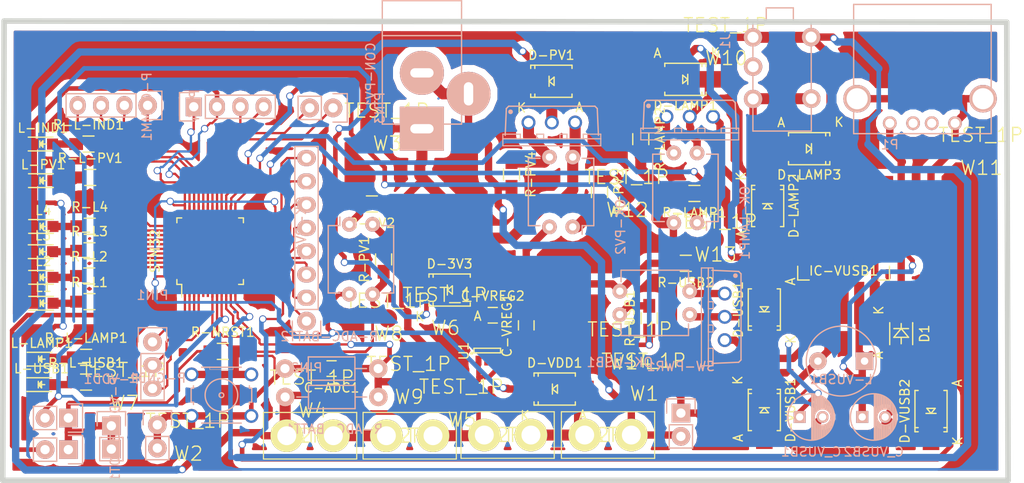
<source format=kicad_pcb>
(kicad_pcb (version 4) (host pcbnew 4.0.1-stable)
  (layers (0 F.Cu signal) (31 B.Cu signal) (34 B.Paste user hide) (35 F.Paste user hide) (36 B.SilkS user) (37 F.SilkS user) (38 B.Mask user hide) (39 F.Mask user hide) (44 Edge.Cuts user))
  (net 0 "")
  (net 1 /BOOT0)
  (net 2 VDD)
  (net 3 /NRST)
  (net 4 "Net-(STM32-Pad5)")
  (net 5 "Net-(STM32-Pad6)")
  (net 6 GND)
  (net 7 +3V3)
  (net 8 /ADC_BATT)
  (net 9 /ADC_LAMP)
  (net 10 /ADC_USB)
  (net 11 /RX)
  (net 12 /TX)
  (net 13 "Net-(L-LAMP1-Pad2)")
  (net 14 "Net-(L-USB1-Pad2)")
  (net 15 /L-LAMP)
  (net 16 /L-USB)
  (net 17 "Net-(L1-Pad2)")
  (net 18 "Net-(L2-Pad2)")
  (net 19 "Net-(L3-Pad2)")
  (net 20 "Net-(L4-Pad2)")
  (net 21 /L-L1)
  (net 22 /L-L2)
  (net 23 /L-L3)
  (net 24 /L-L4)
  (net 25 /L-PV)
  (net 26 "Net-(L-PV1-Pad2)")
  (net 27 "Net-(BATT1-Pad1)")
  (net 28 "Net-(BATT3-Pad1)")
  (net 29 GNDPWR)
  (net 30 +15V)
  (net 31 +24V)
  (net 32 /IND_PV_WKUP)
  (net 33 "Net-(OK-PV1-Pad1)")
  (net 34 "Net-(OK-PV2-Pad1)")
  (net 35 "Net-(OK-PV2-Pad3)")
  (net 36 "Net-(D-PV1-Pad2)")
  (net 37 /CON_PV)
  (net 38 "Net-(D-LAMP1-Pad1)")
  (net 39 "Net-(OK-LAMP1-Pad1)")
  (net 40 "Net-(OK-LAMP1-Pad3)")
  (net 41 /CON_LAMP)
  (net 42 "Net-(D-USB1-Pad1)")
  (net 43 "Net-(OK-USB1-Pad1)")
  (net 44 "Net-(OK-USB1-Pad3)")
  (net 45 /CON_USB)
  (net 46 +6V)
  (net 47 "Net-(C_VUSB1-Pad1)")
  (net 48 "Net-(C_VUSB2-Pad1)")
  (net 49 "Net-(D-VUSB1-Pad1)")
  (net 50 "Net-(P1-Pad3)")
  (net 51 "Net-(P1-Pad2)")
  (net 52 "Net-(L-IND1-Pad2)")
  (net 53 /L-IND)
  (net 54 "Net-(C-VREG1-Pad1)")
  (net 55 "Net-(C-VREG2-Pad1)")
  (net 56 /PC13)
  (net 57 /PC14)
  (net 58 /PC15)
  (net 59 /AIN4)
  (net 60 /AIN5)
  (net 61 /AIN6)
  (net 62 /AIN7)
  (net 63 /AIN8)
  (net 64 /AIN9)
  (net 65 /PA8)
  (net 66 /PB15)
  (net 67 /PA11)
  (net 68 /PA12)
  (net 69 /PA13)
  (net 70 /PA14)
  (net 71 "Net-(D-LAMP2-Pad1)")
  (net 72 "Net-(D-LAMP2-Pad2)")
  (net 73 "Net-(J1-Pad3)")
  (net 74 /PB10)
  (net 75 /PB11)
  (module Housings_QFP:TQFP-48_7x7mm_Pitch0.5mm (layer F.Cu) (at 120.875 80.925 90)
    (fp_text reference STM32 (at 0 -6 90) (layer F.SilkS))
    (fp_text value STM32F100C4)
    (pad 1 smd rect (at -4.35 -2.75 90) (size 1.3 0.25) (layers F.Cu F.Paste F.Mask) (net 2 VDD))
    (pad 2 smd rect (at -4.35 -2.25 90) (size 1.3 0.25) (layers F.Cu F.Paste F.Mask) (net 56 /PC13))
    (pad 3 smd rect (at -4.35 -1.75 90) (size 1.3 0.25) (layers F.Cu F.Paste F.Mask) (net 57 /PC14))
    (pad 4 smd rect (at -4.35 -1.25 90) (size 1.3 0.25) (layers F.Cu F.Paste F.Mask) (net 58 /PC15))
    (pad 5 smd rect (at -4.35 -0.75 90) (size 1.3 0.25) (layers F.Cu F.Paste F.Mask) (net 4 "Net-(STM32-Pad5)"))
    (pad 6 smd rect (at -4.35 -0.25 90) (size 1.3 0.25) (layers F.Cu F.Paste F.Mask) (net 5 "Net-(STM32-Pad6)"))
    (pad 7 smd rect (at -4.35 0.25 90) (size 1.3 0.25) (layers F.Cu F.Paste F.Mask) (net 3 /NRST))
    (pad 8 smd rect (at -4.35 0.75 90) (size 1.3 0.25) (layers F.Cu F.Paste F.Mask) (net 6 GND))
    (pad 9 smd rect (at -4.35 1.25 90) (size 1.3 0.25) (layers F.Cu F.Paste F.Mask) (net 7 +3V3))
    (pad 10 smd rect (at -4.35 1.75 90) (size 1.3 0.25) (layers F.Cu F.Paste F.Mask) (net 32 /IND_PV_WKUP))
    (pad 11 smd rect (at -4.35 2.25 90) (size 1.3 0.25) (layers F.Cu F.Paste F.Mask) (net 8 /ADC_BATT))
    (pad 12 smd rect (at -4.35 2.75 90) (size 1.3 0.25) (layers F.Cu F.Paste F.Mask) (net 9 /ADC_LAMP))
    (pad 13 smd rect (at -2.75 4.35 180) (size 1.3 0.25) (layers F.Cu F.Paste F.Mask) (net 10 /ADC_USB))
    (pad 14 smd rect (at -2.25 4.35 180) (size 1.3 0.25) (layers F.Cu F.Paste F.Mask) (net 59 /AIN4))
    (pad 15 smd rect (at -1.75 4.35 180) (size 1.3 0.25) (layers F.Cu F.Paste F.Mask) (net 60 /AIN5))
    (pad 16 smd rect (at -1.25 4.35 180) (size 1.3 0.25) (layers F.Cu F.Paste F.Mask) (net 61 /AIN6))
    (pad 17 smd rect (at -0.75 4.35 180) (size 1.3 0.25) (layers F.Cu F.Paste F.Mask) (net 62 /AIN7))
    (pad 18 smd rect (at -0.25 4.35 180) (size 1.3 0.25) (layers F.Cu F.Paste F.Mask) (net 63 /AIN8))
    (pad 19 smd rect (at 0.25 4.35 180) (size 1.3 0.25) (layers F.Cu F.Paste F.Mask) (net 64 /AIN9))
    (pad 20 smd rect (at 0.75 4.35 180) (size 1.3 0.25) (layers F.Cu F.Paste F.Mask) (net 6 GND))
    (pad 21 smd rect (at 1.25 4.35 180) (size 1.3 0.25) (layers F.Cu F.Paste F.Mask) (net 74 /PB10))
    (pad 22 smd rect (at 1.75 4.35 180) (size 1.3 0.25) (layers F.Cu F.Paste F.Mask) (net 75 /PB11))
    (pad 23 smd rect (at 2.25 4.35 180) (size 1.3 0.25) (layers F.Cu F.Paste F.Mask) (net 6 GND))
    (pad 24 smd rect (at 2.75 4.35 180) (size 1.3 0.25) (layers F.Cu F.Paste F.Mask) (net 2 VDD))
    (pad 25 smd rect (at 4.35 2.75 90) (size 1.3 0.25) (layers F.Cu F.Paste F.Mask) (net 37 /CON_PV))
    (pad 26 smd rect (at 4.35 2.25 90) (size 1.3 0.25) (layers F.Cu F.Paste F.Mask) (net 41 /CON_LAMP))
    (pad 27 smd rect (at 4.35 1.75 90) (size 1.3 0.25) (layers F.Cu F.Paste F.Mask) (net 45 /CON_USB))
    (pad 28 smd rect (at 4.35 1.25 90) (size 1.3 0.25) (layers F.Cu F.Paste F.Mask) (net 66 /PB15))
    (pad 29 smd rect (at 4.35 0.75 90) (size 1.3 0.25) (layers F.Cu F.Paste F.Mask) (net 65 /PA8))
    (pad 30 smd rect (at 4.35 0.25 90) (size 1.3 0.25) (layers F.Cu F.Paste F.Mask) (net 12 /TX))
    (pad 31 smd rect (at 4.35 -0.25 90) (size 1.3 0.25) (layers F.Cu F.Paste F.Mask) (net 11 /RX))
    (pad 32 smd rect (at 4.35 -0.75 90) (size 1.3 0.25) (layers F.Cu F.Paste F.Mask) (net 67 /PA11))
    (pad 33 smd rect (at 4.35 -1.25 90) (size 1.3 0.25) (layers F.Cu F.Paste F.Mask) (net 68 /PA12))
    (pad 34 smd rect (at 4.35 -1.75 90) (size 1.3 0.25) (layers F.Cu F.Paste F.Mask) (net 69 /PA13))
    (pad 35 smd rect (at 4.35 -2.25 90) (size 1.3 0.25) (layers F.Cu F.Paste F.Mask) (net 6 GND))
    (pad 36 smd rect (at 4.35 -2.75 90) (size 1.3 0.25) (layers F.Cu F.Paste F.Mask) (net 2 VDD))
    (pad 37 smd rect (at 2.75 -4.35 180) (size 1.3 0.25) (layers F.Cu F.Paste F.Mask) (net 70 /PA14))
    (pad 38 smd rect (at 2.25 -4.35 180) (size 1.3 0.25) (layers F.Cu F.Paste F.Mask) (net 53 /L-IND))
    (pad 39 smd rect (at 1.75 -4.35 180) (size 1.3 0.25) (layers F.Cu F.Paste F.Mask) (net 25 /L-PV))
    (pad 40 smd rect (at 1.25 -4.35 180) (size 1.3 0.25) (layers F.Cu F.Paste F.Mask) (net 24 /L-L4))
    (pad 41 smd rect (at 0.75 -4.35 180) (size 1.3 0.25) (layers F.Cu F.Paste F.Mask) (net 23 /L-L3))
    (pad 42 smd rect (at 0.25 -4.35 180) (size 1.3 0.25) (layers F.Cu F.Paste F.Mask) (net 22 /L-L2))
    (pad 43 smd rect (at -0.25 -4.35 180) (size 1.3 0.25) (layers F.Cu F.Paste F.Mask) (net 21 /L-L1))
    (pad 44 smd rect (at -0.75 -4.35 180) (size 1.3 0.25) (layers F.Cu F.Paste F.Mask) (net 1 /BOOT0))
    (pad 45 smd rect (at -1.25 -4.35 180) (size 1.3 0.25) (layers F.Cu F.Paste F.Mask) (net 15 /L-LAMP))
    (pad 46 smd rect (at -1.75 -4.35 180) (size 1.3 0.25) (layers F.Cu F.Paste F.Mask) (net 16 /L-USB))
    (pad 47 smd rect (at -2.25 -4.35 180) (size 1.3 0.25) (layers F.Cu F.Paste F.Mask) (net 6 GND))
    (pad 48 smd rect (at -2.75 -4.35 180) (size 1.3 0.25) (layers F.Cu F.Paste F.Mask) (net 2 VDD))
  )
  (module Resistors_SMD:R_0805_HandSoldering (layer F.Cu) (at 107.353838 95.209098)
    (fp_text reference R-L-USB1 (at 0 -2.1) (layer F.SilkS))
    (fp_text value 330)
    (pad 1 smd rect (at -1.35 0) (size 1.5 1.3) (layers F.Cu F.Paste F.Mask) (net 14 "Net-(L-USB1-Pad2)"))
    (pad 2 smd rect (at 1.35 0) (size 1.5 1.3) (layers F.Cu F.Paste F.Mask) (net 16 /L-USB))
  )
  (module audio-lamp:JACK_LAPAN (layer B.Cu) (at 176.5198 58.0445 270)
    (fp_text reference J1 (at 0 -0.5 270) (layer B.SilkS) (effects (justify mirror)))
    (fp_text value audio-jack)
    (pad 1 thru_hole circle (at -0.4445 -3.5052 270) (size 2 2) (drill 1.2) (layers *.Cu *.Mask B.SilkS) (net 9 /ADC_LAMP))
    (pad 1 thru_hole circle (at -0.4699 -9.83742 270) (size 2 2) (drill 1.2) (layers *.Cu *.Mask B.SilkS) (net 9 /ADC_LAMP))
    (pad 3 thru_hole circle (at 2.7559 -3.5179 270) (size 2 2) (drill 1.2) (layers *.Cu *.Mask B.SilkS) (net 73 "Net-(J1-Pad3)"))
    (pad 2 thru_hole circle (at 6.27888 -3.5179 270) (size 2 2) (drill 1.2) (layers *.Cu *.Mask B.SilkS) (net 71 "Net-(D-LAMP2-Pad1)"))
    (pad 2 thru_hole circle (at 6.25094 -9.86536 270) (size 2 2) (drill 1.2) (layers *.Cu *.Mask B.SilkS) (net 71 "Net-(D-LAMP2-Pad1)"))
  )
  (module Pin_Headers:Pin_Header_Straight_1x02 (layer B.Cu) (at 134.265 65.3 90)
    (fp_text reference PIN3 (at 0 5.1 90) (layer B.SilkS) (effects (justify mirror)))
    (fp_text value CONN_01X02)
    (pad 1 thru_hole circle (at 0 0 90) (size 2.032 2.032) (drill 1.016) (layers *.Cu *.Mask B.SilkS) (net 66 /PB15))
    (pad 2 thru_hole oval (at 0 -2.54 90) (size 2.032 2.032) (drill 1.016) (layers *.Cu *.Mask B.SilkS) (net 65 /PA8))
  )
  (module Pin_Headers:Pin_Header_Straight_1x02 (layer B.Cu) (at 105.425 102.575 90)
    (fp_text reference P-BOOT1 (at 0 5.1 90) (layer B.SilkS) (effects (justify mirror)))
    (fp_text value CONN_01X02)
    (pad 1 thru_hole rect (at 0 0 90) (size 2.032 2.032) (drill 1.016) (layers *.Cu *.Mask B.SilkS) (net 2 VDD))
    (pad 2 thru_hole oval (at 0 -2.54 90) (size 2.032 2.032) (drill 1.016) (layers *.Cu *.Mask B.SilkS) (net 1 /BOOT0))
  )
  (module switch-omron:B3F-10XX (layer B.Cu) (at 122.103838 96.634098 180)
    (fp_text reference SW-NRST1)
    (fp_text value 10-XX_B3F-10XX)
    (pad 1 thru_hole oval (at -3.2512 2.2606 180) (size 1.524 1.524) (drill 1.016) (layers *.Cu *.Mask) (net 3 /NRST))
    (pad 3 thru_hole oval (at -3.2512 -2.2606 180) (size 1.524 1.524) (drill 1.016) (layers *.Cu *.Mask) (net 6 GND))
    (pad 2 thru_hole oval (at 3.2512 2.2606 180) (size 1.524 1.524) (drill 1.016) (layers *.Cu *.Mask) (net 3 /NRST))
    (pad 4 thru_hole oval (at 3.2512 -2.2606 180) (size 1.524 1.524) (drill 1.016) (layers *.Cu *.Mask) (net 6 GND))
  )
  (module Pin_Headers:Pin_Header_Straight_1x04 (layer B.Cu) (at 119.085 65.175 270)
    (fp_text reference P-COMM1 (at 0 5.1 270) (layer B.SilkS) (effects (justify mirror)))
    (fp_text value CONN_01X04)
    (pad 1 thru_hole rect (at 0 0 270) (size 2.032 1.7272) (drill 1.016) (layers *.Cu *.Mask B.SilkS) (net 2 VDD))
    (pad 2 thru_hole oval (at 0 -2.54 270) (size 2.032 1.7272) (drill 1.016) (layers *.Cu *.Mask B.SilkS) (net 6 GND))
    (pad 3 thru_hole oval (at 0 -5.08 270) (size 2.032 1.7272) (drill 1.016) (layers *.Cu *.Mask B.SilkS) (net 11 /RX))
    (pad 4 thru_hole oval (at 0 -7.62 270) (size 2.032 1.7272) (drill 1.016) (layers *.Cu *.Mask B.SilkS) (net 12 /TX))
  )
  (module SparkFun:SparkFun-1X02_XTRA_BIG (layer F.Cu) (at 131.763838 101.059098 180)
    (fp_text reference BATT1 (at 0 0 180) (layer F.SilkS))
    (fp_text value M02PTH (at 0 0 180) (layer F.SilkS))
    (pad 1 thru_hole circle (at -2.54 0 180) (size 3.556 3.556) (drill 2.0574) (layers *.Cu F.Paste F.SilkS F.Mask) (net 27 "Net-(BATT1-Pad1)"))
    (pad 2 thru_hole circle (at 2.54 0 180) (size 3.556 3.556) (drill 2.0574) (layers *.Cu F.Paste F.SilkS F.Mask) (net 30 +15V))
  )
  (module SparkFun:SparkFun-1X02_XTRA_BIG (layer F.Cu) (at 142.618838 101.059098 180)
    (fp_text reference BATT2 (at 0 0 180) (layer F.SilkS))
    (fp_text value M02PTH (at 0 0 180) (layer F.SilkS))
    (pad 1 thru_hole circle (at -2.54 0 180) (size 3.556 3.556) (drill 2.0574) (layers *.Cu F.Paste F.SilkS F.Mask) (net 46 +6V))
    (pad 2 thru_hole circle (at 2.54 0 180) (size 3.556 3.556) (drill 2.0574) (layers *.Cu F.Paste F.SilkS F.Mask) (net 27 "Net-(BATT1-Pad1)"))
  )
  (module SparkFun:SparkFun-1X02_XTRA_BIG (layer F.Cu) (at 153.288838 100.984098 180)
    (fp_text reference BATT3 (at 0 0 180) (layer F.SilkS))
    (fp_text value M02PTH (at 0 0 180) (layer F.SilkS))
    (pad 1 thru_hole circle (at -2.54 0 180) (size 3.556 3.556) (drill 2.0574) (layers *.Cu F.Paste F.SilkS F.Mask) (net 28 "Net-(BATT3-Pad1)"))
    (pad 2 thru_hole circle (at 2.54 0 180) (size 3.556 3.556) (drill 2.0574) (layers *.Cu F.Paste F.SilkS F.Mask) (net 46 +6V))
  )
  (module SparkFun:SparkFun-1X02_XTRA_BIG (layer F.Cu) (at 164.228838 100.984098 180)
    (fp_text reference BATT4 (at 0 0 180) (layer F.SilkS))
    (fp_text value M02PTH (at 0 0 180) (layer F.SilkS))
    (pad 1 thru_hole circle (at -2.54 0 180) (size 3.556 3.556) (drill 2.0574) (layers *.Cu F.Paste F.SilkS F.Mask) (net 29 GNDPWR))
    (pad 2 thru_hole circle (at 2.54 0 180) (size 3.556 3.556) (drill 2.0574) (layers *.Cu F.Paste F.SilkS F.Mask) (net 28 "Net-(BATT3-Pad1)"))
  )
  (module Resistors_ThroughHole:Resistor_Horizontal_RM10mm (layer B.Cu) (at 134.128838 96.834098)
    (fp_text reference R-ADC-BATT1 (at 0.24892 3.50012) (layer B.SilkS) (effects (justify mirror)))
    (fp_text value 470k)
    (pad 1 thru_hole circle (at -5.08 0) (size 1.99898 1.99898) (drill 1.00076) (layers *.Cu *.SilkS *.Mask) (net 30 +15V))
    (pad 2 thru_hole circle (at 5.08 0) (size 1.99898 1.99898) (drill 1.00076) (layers *.Cu *.SilkS *.Mask) (net 8 /ADC_BATT))
  )
  (module Resistors_ThroughHole:Resistor_Horizontal_RM10mm (layer B.Cu) (at 134.108838 93.734098 180)
    (fp_text reference R-ADC-BATT2 (at 0.24892 3.50012 180) (layer B.SilkS) (effects (justify mirror)))
    (fp_text value 100k)
    (pad 1 thru_hole circle (at -5.08 0 180) (size 1.99898 1.99898) (drill 1.00076) (layers *.Cu *.SilkS *.Mask) (net 8 /ADC_BATT))
    (pad 2 thru_hole circle (at 5.08 0 180) (size 1.99898 1.99898) (drill 1.00076) (layers *.Cu *.SilkS *.Mask) (net 6 GND))
  )
  (module Pin_Headers:Pin_Header_Straight_1x02 (layer B.Cu) (at 172.168838 98.592098 180)
    (fp_text reference SW-PWR1 (at 0 5.1 180) (layer B.SilkS) (effects (justify mirror)))
    (fp_text value CONN_01X02)
    (pad 1 thru_hole rect (at 0 0 180) (size 2.032 2.032) (drill 1.016) (layers *.Cu *.Mask B.SilkS) (net 6 GND))
    (pad 2 thru_hole oval (at 0 -2.54 180) (size 2.032 2.032) (drill 1.016) (layers *.Cu *.Mask B.SilkS) (net 29 GNDPWR))
  )
  (module LEDs:LED-0805 (layer F.Cu) (at 102.533978 92.709098)
    (fp_text reference L-LAMP1 (at 0 -1.75) (layer F.SilkS))
    (fp_text value LED)
    (pad 2 smd rect (at 1.04902 0 180) (size 1.19888 1.19888) (layers F.Cu F.Paste F.Mask) (net 13 "Net-(L-LAMP1-Pad2)"))
    (pad 1 smd rect (at -1.04902 0 180) (size 1.19888 1.19888) (layers F.Cu F.Paste F.Mask) (net 6 GND))
  )
  (module LEDs:LED-0805 (layer F.Cu) (at 102.498698 95.484098)
    (fp_text reference L-USB1 (at 0 -1.75) (layer F.SilkS))
    (fp_text value LED)
    (pad 2 smd rect (at 1.04902 0 180) (size 1.19888 1.19888) (layers F.Cu F.Paste F.Mask) (net 14 "Net-(L-USB1-Pad2)"))
    (pad 1 smd rect (at -1.04902 0 180) (size 1.19888 1.19888) (layers F.Cu F.Paste F.Mask) (net 6 GND))
  )
  (module LEDs:LED-0805 (layer F.Cu) (at 102.708978 86.609098)
    (fp_text reference L1 (at 0 -1.75) (layer F.SilkS))
    (fp_text value LED)
    (pad 2 smd rect (at 1.04902 0 180) (size 1.19888 1.19888) (layers F.Cu F.Paste F.Mask) (net 17 "Net-(L1-Pad2)"))
    (pad 1 smd rect (at -1.04902 0 180) (size 1.19888 1.19888) (layers F.Cu F.Paste F.Mask) (net 6 GND))
  )
  (module LEDs:LED-0805 (layer F.Cu) (at 102.698698 83.784098)
    (fp_text reference L2 (at 0 -1.75) (layer F.SilkS))
    (fp_text value LED)
    (pad 2 smd rect (at 1.04902 0 180) (size 1.19888 1.19888) (layers F.Cu F.Paste F.Mask) (net 18 "Net-(L2-Pad2)"))
    (pad 1 smd rect (at -1.04902 0 180) (size 1.19888 1.19888) (layers F.Cu F.Paste F.Mask) (net 6 GND))
  )
  (module LEDs:LED-0805 (layer F.Cu) (at 102.658978 80.984098)
    (fp_text reference L3 (at 0 -1.75) (layer F.SilkS))
    (fp_text value LED)
    (pad 2 smd rect (at 1.04902 0 180) (size 1.19888 1.19888) (layers F.Cu F.Paste F.Mask) (net 19 "Net-(L3-Pad2)"))
    (pad 1 smd rect (at -1.04902 0 180) (size 1.19888 1.19888) (layers F.Cu F.Paste F.Mask) (net 6 GND))
  )
  (module LEDs:LED-0805 (layer F.Cu) (at 102.698698 78.234098)
    (fp_text reference L4 (at 0 -1.75) (layer F.SilkS))
    (fp_text value LED)
    (pad 2 smd rect (at 1.04902 0 180) (size 1.19888 1.19888) (layers F.Cu F.Paste F.Mask) (net 20 "Net-(L4-Pad2)"))
    (pad 1 smd rect (at -1.04902 0 180) (size 1.19888 1.19888) (layers F.Cu F.Paste F.Mask) (net 6 GND))
  )
  (module LEDs:LED-0805 (layer F.Cu) (at 102.683978 73.234098)
    (fp_text reference L-PV1 (at 0 -1.75) (layer F.SilkS))
    (fp_text value LED)
    (pad 2 smd rect (at 1.04902 0 180) (size 1.19888 1.19888) (layers F.Cu F.Paste F.Mask) (net 26 "Net-(L-PV1-Pad2)"))
    (pad 1 smd rect (at -1.04902 0 180) (size 1.19888 1.19888) (layers F.Cu F.Paste F.Mask) (net 6 GND))
  )
  (module Capacitors_SMD:C_0805_HandSoldering (layer F.Cu) (at 134.103838 93.734098 180)
    (fp_text reference C-ADC1 (at 0 -2.1 180) (layer F.SilkS))
    (fp_text value 100n)
    (pad 1 smd rect (at -1.25 0 180) (size 1.5 1.25) (layers F.Cu F.Paste F.Mask) (net 8 /ADC_BATT))
    (pad 2 smd rect (at 1.25 0 180) (size 1.5 1.25) (layers F.Cu F.Paste F.Mask) (net 6 GND))
  )
  (module Resistors_SMD:R_0805_HandSoldering (layer F.Cu) (at 107.803838 72.884098)
    (fp_text reference R-L-PV1 (at 0 -2.1) (layer F.SilkS))
    (fp_text value 330)
    (pad 1 smd rect (at -1.35 0) (size 1.5 1.3) (layers F.Cu F.Paste F.Mask) (net 26 "Net-(L-PV1-Pad2)"))
    (pad 2 smd rect (at 1.35 0) (size 1.5 1.3) (layers F.Cu F.Paste F.Mask) (net 25 /L-PV))
  )
  (module Resistors_SMD:R_0805_HandSoldering (layer F.Cu) (at 107.753838 78.209098)
    (fp_text reference R-L4 (at 0 -2.1) (layer F.SilkS))
    (fp_text value 330)
    (pad 1 smd rect (at -1.35 0) (size 1.5 1.3) (layers F.Cu F.Paste F.Mask) (net 20 "Net-(L4-Pad2)"))
    (pad 2 smd rect (at 1.35 0) (size 1.5 1.3) (layers F.Cu F.Paste F.Mask) (net 24 /L-L4))
  )
  (module Resistors_SMD:R_0805_HandSoldering (layer F.Cu) (at 107.728838 80.884098)
    (fp_text reference R-L3 (at 0 -2.1) (layer F.SilkS))
    (fp_text value 330)
    (pad 1 smd rect (at -1.35 0) (size 1.5 1.3) (layers F.Cu F.Paste F.Mask) (net 19 "Net-(L3-Pad2)"))
    (pad 2 smd rect (at 1.35 0) (size 1.5 1.3) (layers F.Cu F.Paste F.Mask) (net 23 /L-L3))
  )
  (module Resistors_SMD:R_0805_HandSoldering (layer F.Cu) (at 107.703838 83.634098)
    (fp_text reference R-L2 (at 0 -2.1) (layer F.SilkS))
    (fp_text value 330)
    (pad 1 smd rect (at -1.35 0) (size 1.5 1.3) (layers F.Cu F.Paste F.Mask) (net 18 "Net-(L2-Pad2)"))
    (pad 2 smd rect (at 1.35 0) (size 1.5 1.3) (layers F.Cu F.Paste F.Mask) (net 22 /L-L2))
  )
  (module Resistors_SMD:R_0805_HandSoldering (layer F.Cu) (at 107.728838 86.434098)
    (fp_text reference R-L1 (at 0 -2.1) (layer F.SilkS))
    (fp_text value 330)
    (pad 1 smd rect (at -1.35 0) (size 1.5 1.3) (layers F.Cu F.Paste F.Mask) (net 17 "Net-(L1-Pad2)"))
    (pad 2 smd rect (at 1.35 0) (size 1.5 1.3) (layers F.Cu F.Paste F.Mask) (net 21 /L-L1))
  )
  (module Resistors_SMD:R_0805_HandSoldering (layer F.Cu) (at 107.353838 92.509098)
    (fp_text reference R-L-LAMP1 (at 0 -2.1) (layer F.SilkS))
    (fp_text value 330)
    (pad 1 smd rect (at -1.35 0) (size 1.5 1.3) (layers F.Cu F.Paste F.Mask) (net 13 "Net-(L-LAMP1-Pad2)"))
    (pad 2 smd rect (at 1.35 0) (size 1.5 1.3) (layers F.Cu F.Paste F.Mask) (net 15 /L-LAMP))
  )
  (module Resistors_SMD:R_0805_HandSoldering (layer F.Cu) (at 122.253838 91.859098)
    (fp_text reference R-NRST1 (at 0 -2.1) (layer F.SilkS))
    (fp_text value 4k7)
    (pad 1 smd rect (at -1.35 0) (size 1.5 1.3) (layers F.Cu F.Paste F.Mask) (net 2 VDD))
    (pad 2 smd rect (at 1.35 0) (size 1.5 1.3) (layers F.Cu F.Paste F.Mask) (net 3 /NRST))
  )
  (module Connect:JACK_ALIM (layer B.Cu) (at 143.95 61.479 270)
    (fp_text reference CON-PV1 (at 0.254 5.588 270) (layer B.SilkS) (effects (justify mirror)))
    (fp_text value BARREL_JACK)
    (pad 2 thru_hole circle (at 0 0 270) (size 4.8006 4.8006) (drill oval 1.016 2.54) (layers *.Cu *.Mask B.SilkS) (net 29 GNDPWR))
    (pad 1 thru_hole rect (at 6.096 0 270) (size 4.8006 4.8006) (drill oval 1.016 2.54) (layers *.Cu *.Mask B.SilkS) (net 31 +24V))
    (pad 3 thru_hole circle (at 2.286 -5.08 270) (size 4.8006 4.8006) (drill oval 2.54 1.016) (layers *.Cu *.Mask B.SilkS) (net 29 GNDPWR))
  )
  (module Housings_DIP:DIP-4_W7.62mm (layer B.Cu) (at 136.035 78.005 270)
    (fp_text reference OK-PV1 (at 0 5.22 270) (layer B.SilkS) (effects (justify mirror)))
    (fp_text value PC817)
    (pad 1 thru_hole oval (at 0 0 270) (size 1.6 1.6) (drill 0.8) (layers *.Cu *.Mask B.SilkS) (net 33 "Net-(OK-PV1-Pad1)"))
    (pad 2 thru_hole oval (at 0 -2.54 270) (size 1.6 1.6) (drill 0.8) (layers *.Cu *.Mask B.SilkS) (net 6 GND))
    (pad 3 thru_hole oval (at 7.62 -2.54 270) (size 1.6 1.6) (drill 0.8) (layers *.Cu *.Mask B.SilkS) (net 32 /IND_PV_WKUP))
    (pad 4 thru_hole oval (at 7.62 0 270) (size 1.6 1.6) (drill 0.8) (layers *.Cu *.Mask B.SilkS) (net 2 VDD))
  )
  (module Resistors_SMD:R_0805_HandSoldering (layer F.Cu) (at 139.775 81.825 90)
    (fp_text reference R-PV1 (at 0 -2.1 90) (layer F.SilkS))
    (fp_text value 4k7)
    (pad 1 smd rect (at -1.35 0 90) (size 1.5 1.3) (layers F.Cu F.Paste F.Mask) (net 32 /IND_PV_WKUP))
    (pad 2 smd rect (at 1.35 0 90) (size 1.5 1.3) (layers F.Cu F.Paste F.Mask) (net 6 GND))
  )
  (module Resistors_SMD:R_0805_HandSoldering (layer F.Cu) (at 138.5 75.775 180)
    (fp_text reference R-PV2 (at 0 -2.1 180) (layer F.SilkS))
    (fp_text value 100k)
    (pad 1 smd rect (at -1.35 0 180) (size 1.5 1.3) (layers F.Cu F.Paste F.Mask) (net 31 +24V))
    (pad 2 smd rect (at 1.35 0 180) (size 1.5 1.3) (layers F.Cu F.Paste F.Mask) (net 33 "Net-(OK-PV1-Pad1)"))
  )
  (module Housings_DIP:DIP-4_W7.62mm (layer B.Cu) (at 160.383838 78.284098 90)
    (fp_text reference OK-PV2 (at 0 5.22 90) (layer B.SilkS) (effects (justify mirror)))
    (fp_text value PC817)
    (pad 1 thru_hole oval (at 0 0 90) (size 1.6 1.6) (drill 0.8) (layers *.Cu *.Mask B.SilkS) (net 34 "Net-(OK-PV2-Pad1)"))
    (pad 2 thru_hole oval (at 0 -2.54 90) (size 1.6 1.6) (drill 0.8) (layers *.Cu *.Mask B.SilkS) (net 6 GND))
    (pad 3 thru_hole oval (at 7.62 -2.54 90) (size 1.6 1.6) (drill 0.8) (layers *.Cu *.Mask B.SilkS) (net 35 "Net-(OK-PV2-Pad3)"))
    (pad 4 thru_hole oval (at 7.62 0 90) (size 1.6 1.6) (drill 0.8) (layers *.Cu *.Mask B.SilkS) (net 31 +24V))
  )
  (module Resistors_SMD:R_0805_HandSoldering (layer F.Cu) (at 163.303838 74.484098 270)
    (fp_text reference R-PV3 (at 0 -2.1 270) (layer F.SilkS))
    (fp_text value 330)
    (pad 1 smd rect (at -1.35 0 270) (size 1.5 1.3) (layers F.Cu F.Paste F.Mask) (net 37 /CON_PV))
    (pad 2 smd rect (at 1.35 0 270) (size 1.5 1.3) (layers F.Cu F.Paste F.Mask) (net 34 "Net-(OK-PV2-Pad1)"))
  )
  (module transistor-power:TO220BV (layer B.Cu) (at 158.103838 69.434098)
    (fp_text reference TR-PV1)
    (fp_text value IRF9530_TO220BV)
    (pad G thru_hole oval (at -2.54 -2.54 270) (size 1.524 1.524) (drill 1.016) (layers *.Cu *.Mask) (net 35 "Net-(OK-PV2-Pad3)"))
    (pad D thru_hole oval (at 0 -2.54 270) (size 1.524 1.524) (drill 1.016) (layers *.Cu *.Mask) (net 36 "Net-(D-PV1-Pad2)"))
    (pad S thru_hole oval (at 2.54 -2.54 270) (size 1.524 1.524) (drill 1.016) (layers *.Cu *.Mask) (net 31 +24V))
  )
  (module Diodes_SMD:SMA_Handsoldering (layer F.Cu) (at 158.054478 62.394098)
    (fp_text reference D-PV1 (at 0 -2.85) (layer F.SilkS))
    (fp_text value D)
    (fp_text user K (at -3.25 2.9) (layer F.SilkS))
    (fp_text user A (at 3.05 2.85) (layer F.SilkS))
    (pad 1 smd rect (at -2.49936 0) (size 3.50012 1.80086) (layers F.Cu F.Paste F.Mask) (net 30 +15V))
    (pad 2 smd rect (at 2.49936 0) (size 3.50012 1.80086) (layers F.Cu F.Paste F.Mask) (net 36 "Net-(D-PV1-Pad2)"))
  )
  (module Resistors_SMD:R_0805_HandSoldering (layer F.Cu) (at 153.713838 72.564098 270)
    (fp_text reference R-PV4 (at 0 -2.1 270) (layer F.SilkS))
    (fp_text value 4k7)
    (pad 1 smd rect (at -1.35 0 270) (size 1.5 1.3) (layers F.Cu F.Paste F.Mask) (net 35 "Net-(OK-PV2-Pad3)"))
    (pad 2 smd rect (at 1.35 0 270) (size 1.5 1.3) (layers F.Cu F.Paste F.Mask) (net 29 GNDPWR))
  )
  (module Diodes_SMD:SMA_Handsoldering (layer F.Cu) (at 172.666478 62.184098 180)
    (fp_text reference D-LAMP1 (at 0 -2.85 180) (layer F.SilkS))
    (fp_text value D)
    (fp_text user K (at -3.25 2.9 180) (layer F.SilkS))
    (fp_text user A (at 3.05 2.85 180) (layer F.SilkS))
    (pad 1 smd rect (at -2.49936 0 180) (size 3.50012 1.80086) (layers F.Cu F.Paste F.Mask) (net 38 "Net-(D-LAMP1-Pad1)"))
    (pad 2 smd rect (at 2.49936 0 180) (size 3.50012 1.80086) (layers F.Cu F.Paste F.Mask) (net 30 +15V))
  )
  (module Housings_DIP:DIP-4_W7.62mm (layer B.Cu) (at 173.933838 77.834098 90)
    (fp_text reference OK-LAMP1 (at 0 5.22 90) (layer B.SilkS) (effects (justify mirror)))
    (fp_text value PC817)
    (pad 1 thru_hole oval (at 0 0 90) (size 1.6 1.6) (drill 0.8) (layers *.Cu *.Mask B.SilkS) (net 39 "Net-(OK-LAMP1-Pad1)"))
    (pad 2 thru_hole oval (at 0 -2.54 90) (size 1.6 1.6) (drill 0.8) (layers *.Cu *.Mask B.SilkS) (net 6 GND))
    (pad 3 thru_hole oval (at 7.62 -2.54 90) (size 1.6 1.6) (drill 0.8) (layers *.Cu *.Mask B.SilkS) (net 40 "Net-(OK-LAMP1-Pad3)"))
    (pad 4 thru_hole oval (at 7.62 0 90) (size 1.6 1.6) (drill 0.8) (layers *.Cu *.Mask B.SilkS) (net 38 "Net-(D-LAMP1-Pad1)"))
  )
  (module Resistors_SMD:R_0805_HandSoldering (layer F.Cu) (at 173.641838 74.630098 180)
    (fp_text reference R-LAMP1 (at 0 -2.1 180) (layer F.SilkS))
    (fp_text value 330)
    (pad 1 smd rect (at -1.35 0 180) (size 1.5 1.3) (layers F.Cu F.Paste F.Mask) (net 41 /CON_LAMP))
    (pad 2 smd rect (at 1.35 0 180) (size 1.5 1.3) (layers F.Cu F.Paste F.Mask) (net 39 "Net-(OK-LAMP1-Pad1)"))
  )
  (module Resistors_SMD:R_0805_HandSoldering (layer F.Cu) (at 167.799838 68.708098 270)
    (fp_text reference R-LAMP2 (at 0 -2.1 270) (layer F.SilkS))
    (fp_text value 4k7)
    (pad 1 smd rect (at -1.35 0 270) (size 1.5 1.3) (layers F.Cu F.Paste F.Mask) (net 40 "Net-(OK-LAMP1-Pad3)"))
    (pad 2 smd rect (at 1.35 0 270) (size 1.5 1.3) (layers F.Cu F.Paste F.Mask) (net 6 GND))
  )
  (module Diodes_SMD:SMA_Handsoldering (layer F.Cu) (at 181.261838 87.289458 90)
    (fp_text reference D-USB1 (at 0 -2.85 90) (layer F.SilkS))
    (fp_text value D)
    (fp_text user K (at -3.25 2.9 90) (layer F.SilkS))
    (fp_text user A (at 3.05 2.85 90) (layer F.SilkS))
    (pad 1 smd rect (at -2.49936 0 90) (size 3.50012 1.80086) (layers F.Cu F.Paste F.Mask) (net 42 "Net-(D-USB1-Pad1)"))
    (pad 2 smd rect (at 2.49936 0 90) (size 3.50012 1.80086) (layers F.Cu F.Paste F.Mask) (net 30 +15V))
  )
  (module Housings_DIP:DIP-4_W7.62mm (layer B.Cu) (at 165.513838 87.838098)
    (fp_text reference OK-USB1 (at 0 5.22) (layer B.SilkS) (effects (justify mirror)))
    (fp_text value PC817)
    (pad 1 thru_hole oval (at 0 0) (size 1.6 1.6) (drill 0.8) (layers *.Cu *.Mask B.SilkS) (net 43 "Net-(OK-USB1-Pad1)"))
    (pad 2 thru_hole oval (at 0 -2.54) (size 1.6 1.6) (drill 0.8) (layers *.Cu *.Mask B.SilkS) (net 6 GND))
    (pad 3 thru_hole oval (at 7.62 -2.54) (size 1.6 1.6) (drill 0.8) (layers *.Cu *.Mask B.SilkS) (net 44 "Net-(OK-USB1-Pad3)"))
    (pad 4 thru_hole oval (at 7.62 0) (size 1.6 1.6) (drill 0.8) (layers *.Cu *.Mask B.SilkS) (net 42 "Net-(D-USB1-Pad1)"))
  )
  (module Resistors_SMD:R_0805_HandSoldering (layer F.Cu) (at 168.718838 88.242098 90)
    (fp_text reference R-USB1 (at 0 -2.1 90) (layer F.SilkS))
    (fp_text value 330)
    (pad 1 smd rect (at -1.35 0 90) (size 1.5 1.3) (layers F.Cu F.Paste F.Mask) (net 45 /CON_USB))
    (pad 2 smd rect (at 1.35 0 90) (size 1.5 1.3) (layers F.Cu F.Paste F.Mask) (net 43 "Net-(OK-USB1-Pad1)"))
  )
  (module Resistors_SMD:R_0805_HandSoldering (layer F.Cu) (at 172.705838 82.250098 180)
    (fp_text reference R-USB2 (at 0 -2.1 180) (layer F.SilkS))
    (fp_text value 4k7)
    (pad 1 smd rect (at -1.35 0 180) (size 1.5 1.3) (layers F.Cu F.Paste F.Mask) (net 44 "Net-(OK-USB1-Pad3)"))
    (pad 2 smd rect (at 1.35 0 180) (size 1.5 1.3) (layers F.Cu F.Paste F.Mask) (net 6 GND))
  )
  (module transistor-power:TO220BV (layer B.Cu) (at 173.133838 68.788098)
    (fp_text reference TR-LAMP1)
    (fp_text value IRF530_TO220BV)
    (pad G thru_hole oval (at -2.54 -2.54 270) (size 1.524 1.524) (drill 1.016) (layers *.Cu *.Mask) (net 40 "Net-(OK-LAMP1-Pad3)"))
    (pad D thru_hole oval (at 0 -2.54 270) (size 1.524 1.524) (drill 1.016) (layers *.Cu *.Mask) (net 38 "Net-(D-LAMP1-Pad1)"))
    (pad S thru_hole oval (at 2.54 -2.54 270) (size 1.524 1.524) (drill 1.016) (layers *.Cu *.Mask) (net 72 "Net-(D-LAMP2-Pad2)"))
  )
  (module transistor-power:TO220BV (layer B.Cu) (at 174.403838 88.092098 270)
    (fp_text reference TR-USB1)
    (fp_text value IRF530_TO220BV)
    (pad G thru_hole oval (at -2.54 -2.54 180) (size 1.524 1.524) (drill 1.016) (layers *.Cu *.Mask) (net 44 "Net-(OK-USB1-Pad3)"))
    (pad D thru_hole oval (at 0 -2.54 180) (size 1.524 1.524) (drill 1.016) (layers *.Cu *.Mask) (net 42 "Net-(D-USB1-Pad1)"))
    (pad S thru_hole oval (at 2.54 -2.54 180) (size 1.524 1.524) (drill 1.016) (layers *.Cu *.Mask) (net 47 "Net-(C_VUSB1-Pad1)"))
  )
  (module Diodes_SMD:SMA_Handsoldering (layer F.Cu) (at 158.419478 95.967098)
    (fp_text reference D-VDD1 (at 0 -2.85) (layer F.SilkS))
    (fp_text value D)
    (fp_text user K (at -3.25 2.9) (layer F.SilkS))
    (fp_text user A (at 3.05 2.85) (layer F.SilkS))
    (pad 1 smd rect (at -2.49936 0) (size 3.50012 1.80086) (layers F.Cu F.Paste F.Mask) (net 2 VDD))
    (pad 2 smd rect (at 2.49936 0) (size 3.50012 1.80086) (layers F.Cu F.Paste F.Mask) (net 28 "Net-(BATT3-Pad1)"))
  )
  (module Pin_Headers:Pin_Header_Straight_1x02 (layer B.Cu) (at 105.425 99.125 90)
    (fp_text reference P-VDD-3V3 (at 0 5.1 90) (layer B.SilkS) (effects (justify mirror)))
    (fp_text value CONN_01X02)
    (pad 1 thru_hole rect (at 0 0 90) (size 2.032 2.032) (drill 1.016) (layers *.Cu *.Mask B.SilkS) (net 2 VDD))
    (pad 2 thru_hole oval (at 0 -2.54 90) (size 2.032 2.032) (drill 1.016) (layers *.Cu *.Mask B.SilkS) (net 7 +3V3))
  )
  (module TO_SOT_Packages_SMD:SOT-23-5 (layer F.Cu) (at 151.068838 91.767098 90)
    (fp_text reference U1 (at -0.05 -2.55 90) (layer F.SilkS))
    (fp_text value MIC5219BM5_SOT23-5)
    (pad 1 smd rect (at -1.1 -0.95 90) (size 1.06 0.65) (layers F.Cu F.Paste F.Mask) (net 46 +6V))
    (pad 2 smd rect (at -1.1 0 90) (size 1.06 0.65) (layers F.Cu F.Paste F.Mask) (net 6 GND))
    (pad 3 smd rect (at -1.1 0.95 90) (size 1.06 0.65) (layers F.Cu F.Paste F.Mask) (net 46 +6V))
    (pad 4 smd rect (at 1.1 0.95 90) (size 1.06 0.65) (layers F.Cu F.Paste F.Mask) (net 54 "Net-(C-VREG1-Pad1)"))
    (pad 5 smd rect (at 1.1 -0.95 90) (size 1.06 0.65) (layers F.Cu F.Paste F.Mask) (net 55 "Net-(C-VREG2-Pad1)"))
  )
  (module Diodes_SMD:SMA_Handsoldering (layer F.Cu) (at 146.969478 85.167098)
    (fp_text reference D-3V3 (at 0 -2.85) (layer F.SilkS))
    (fp_text value D)
    (fp_text user K (at -3.25 2.9) (layer F.SilkS))
    (fp_text user A (at 3.05 2.85) (layer F.SilkS))
    (pad 1 smd rect (at -2.49936 0) (size 3.50012 1.80086) (layers F.Cu F.Paste F.Mask) (net 7 +3V3))
    (pad 2 smd rect (at 2.49936 0) (size 3.50012 1.80086) (layers F.Cu F.Paste F.Mask) (net 55 "Net-(C-VREG2-Pad1)"))
  )
  (module Capacitors_ThroughHole:C_Radial_D5_L6_P2.5 (layer B.Cu) (at 185.111838 99.014098)
    (fp_text reference C_VUSB1 (at 1.25 3.8) (layer B.SilkS) (effects (justify mirror)))
    (fp_text value 100u)
    (pad 1 thru_hole rect (at 0 0) (size 1.3 1.3) (drill 0.8) (layers *.Cu *.Mask B.SilkS) (net 47 "Net-(C_VUSB1-Pad1)"))
    (pad 2 thru_hole circle (at 2.5 0) (size 1.3 1.3) (drill 0.8) (layers *.Cu *.Mask B.SilkS) (net 6 GND))
  )
  (module Capacitors_ThroughHole:C_Radial_D5_L6_P2.5 (layer B.Cu) (at 191.929838 99.014098)
    (fp_text reference C_VUSB2 (at 1.25 3.8) (layer B.SilkS) (effects (justify mirror)))
    (fp_text value 100u)
    (pad 1 thru_hole rect (at 0 0) (size 1.3 1.3) (drill 0.8) (layers *.Cu *.Mask B.SilkS) (net 48 "Net-(C_VUSB2-Pad1)"))
    (pad 2 thru_hole circle (at 2.5 0) (size 1.3 1.3) (drill 0.8) (layers *.Cu *.Mask B.SilkS) (net 6 GND))
  )
  (module Diodes_SMD:SMA_Handsoldering (layer F.Cu) (at 181.261838 98.252098 270)
    (fp_text reference D-VUSB1 (at 0 -2.85 270) (layer F.SilkS))
    (fp_text value D_Schottky)
    (fp_text user K (at -3.25 2.9 270) (layer F.SilkS))
    (fp_text user A (at 3.05 2.85 270) (layer F.SilkS))
    (pad 1 smd rect (at -2.49936 0 270) (size 3.50012 1.80086) (layers F.Cu F.Paste F.Mask) (net 49 "Net-(D-VUSB1-Pad1)"))
    (pad 2 smd rect (at 2.49936 0 270) (size 3.50012 1.80086) (layers F.Cu F.Paste F.Mask) (net 6 GND))
  )
  (module Diodes_SMD:SMA_Handsoldering (layer F.Cu) (at 199.425 98.37564 90)
    (fp_text reference D-VUSB2 (at 0 -2.85 90) (layer F.SilkS))
    (fp_text value D_Schottky)
    (fp_text user K (at -3.25 2.9 90) (layer F.SilkS))
    (fp_text user A (at 3.05 2.85 90) (layer F.SilkS))
    (pad 1 smd rect (at -2.49936 0 90) (size 3.50012 1.80086) (layers F.Cu F.Paste F.Mask) (net 6 GND))
    (pad 2 smd rect (at 2.49936 0 90) (size 3.50012 1.80086) (layers F.Cu F.Paste F.Mask) (net 10 /ADC_USB))
  )
  (module Diodes_SMD:MELF_Handsoldering (layer F.Cu) (at 196.175 89.92394 270)
    (fp_text reference D1 (at 0 -2.54 270) (layer F.SilkS))
    (fp_text value 5v1)
    (fp_text user K (at -2.55 2.45 270) (layer F.SilkS))
    (fp_text user A (at 2.35 2.5 270) (layer F.SilkS))
    (pad 1 smd rect (at -3.40106 0 270) (size 3.50012 2.70002) (layers F.Cu F.Paste F.Mask) (net 48 "Net-(C_VUSB2-Pad1)"))
    (pad 2 smd rect (at 3.40106 0 270) (size 3.50012 2.70002) (layers F.Cu F.Paste F.Mask) (net 6 GND))
  )
  (module TO_SOT_Packages_SMD:TO-263-5Lead (layer F.Cu) (at 189.897838 86.574098 90)
    (fp_text reference IC-VUSB1 (at 3.5 0 180) (layer F.SilkS))
    (fp_text value LM2596S)
    (pad 5 smd rect (at 0 3.4 90) (size 4.6 1.1) (layers F.Cu F.Paste F.Mask) (net 6 GND))
    (pad 4 smd rect (at 0 1.7 90) (size 4.6 1.1) (layers F.Cu F.Paste F.Mask) (net 48 "Net-(C_VUSB2-Pad1)"))
    (pad 2 smd rect (at 0 -1.7 90) (size 4.6 1.1) (layers F.Cu F.Paste F.Mask) (net 49 "Net-(D-VUSB1-Pad1)"))
    (pad 3 smd rect (at 9.15 0 90) (size 9.4 10.8) (layers F.Cu F.Paste F.Mask) (net 6 GND))
    (pad 3 smd rect (at 0 0 90) (size 4.6 1.1) (layers F.Cu F.Paste F.Mask) (net 6 GND))
    (pad 1 smd rect (at 0 -3.4 90) (size 4.6 1.1) (layers F.Cu F.Paste F.Mask) (net 47 "Net-(C_VUSB1-Pad1)"))
  )
  (module Inductors:INDUCTOR_V (layer B.Cu) (at 189.643838 92.918098 180)
    (fp_text reference L-VUSB1 (at 0 -1.99898 180) (layer B.SilkS) (effects (justify mirror)))
    (fp_text value INDUCTOR)
    (pad 1 thru_hole rect (at -2.54 0 180) (size 1.905 1.905) (drill 0.8128) (layers *.Cu *.Mask B.SilkS) (net 48 "Net-(C_VUSB2-Pad1)"))
    (pad 2 thru_hole circle (at 2.54 0 180) (size 1.905 1.905) (drill 0.8128) (layers *.Cu *.Mask B.SilkS) (net 49 "Net-(D-VUSB1-Pad1)"))
  )
  (module Connect:USB_A (layer B.Cu) (at 194.93014 66.96488)
    (fp_text reference P1 (at 0 2.35) (layer B.SilkS) (effects (justify mirror)))
    (fp_text value USB_A)
    (pad 4 thru_hole circle (at 7.11286 0.00212 90) (size 1.50114 1.50114) (drill 1.00076) (layers *.Cu *.Mask B.SilkS) (net 10 /ADC_USB))
    (pad 3 thru_hole circle (at 4.57286 0.00212 90) (size 1.50114 1.50114) (drill 1.00076) (layers *.Cu *.Mask B.SilkS) (net 50 "Net-(P1-Pad3)"))
    (pad 2 thru_hole circle (at 2.54086 0.00212 90) (size 1.50114 1.50114) (drill 1.00076) (layers *.Cu *.Mask B.SilkS) (net 51 "Net-(P1-Pad2)"))
    (pad 1 thru_hole circle (at 0.00086 0.00212 90) (size 1.50114 1.50114) (drill 1.00076) (layers *.Cu *.Mask B.SilkS) (net 48 "Net-(C_VUSB2-Pad1)"))
    (pad 5 thru_hole circle (at 10.16086 -2.66488 90) (size 2.99974 2.99974) (drill 2.30124) (layers *.Cu *.Mask B.SilkS) (net 10 /ADC_USB))
    (pad 5 thru_hole circle (at -3.55514 -2.66488 90) (size 2.99974 2.99974) (drill 2.30124) (layers *.Cu *.Mask B.SilkS) (net 10 /ADC_USB))
  )
  (module LEDs:LED-0805 (layer F.Cu) (at 102.654858 69.243098)
    (fp_text reference L-IND1 (at 0 -1.75) (layer F.SilkS))
    (fp_text value LED)
    (pad 2 smd rect (at 1.04902 0 180) (size 1.19888 1.19888) (layers F.Cu F.Paste F.Mask) (net 52 "Net-(L-IND1-Pad2)"))
    (pad 1 smd rect (at -1.04902 0 180) (size 1.19888 1.19888) (layers F.Cu F.Paste F.Mask) (net 6 GND))
  )
  (module Resistors_SMD:R_0805_HandSoldering (layer F.Cu) (at 107.621838 69.243098)
    (fp_text reference R-L-IND1 (at 0 -2.1) (layer F.SilkS))
    (fp_text value 330)
    (pad 1 smd rect (at -1.35 0) (size 1.5 1.3) (layers F.Cu F.Paste F.Mask) (net 52 "Net-(L-IND1-Pad2)"))
    (pad 2 smd rect (at 1.35 0) (size 1.5 1.3) (layers F.Cu F.Paste F.Mask) (net 53 /L-IND))
  )
  (module Capacitors_SMD:C_0805_HandSoldering (layer F.Cu) (at 155.318838 89.017098 90)
    (fp_text reference C-VREG1 (at 0 -2.1 90) (layer F.SilkS))
    (fp_text value C)
    (pad 1 smd rect (at -1.25 0 90) (size 1.5 1.25) (layers F.Cu F.Paste F.Mask) (net 54 "Net-(C-VREG1-Pad1)"))
    (pad 2 smd rect (at 1.25 0 90) (size 1.5 1.25) (layers F.Cu F.Paste F.Mask) (net 6 GND))
  )
  (module Capacitors_SMD:C_0805_HandSoldering (layer F.Cu) (at 151.668838 87.917098)
    (fp_text reference C-VREG2 (at 0 -2.1) (layer F.SilkS))
    (fp_text value C)
    (pad 1 smd rect (at -1.25 0) (size 1.5 1.25) (layers F.Cu F.Paste F.Mask) (net 55 "Net-(C-VREG2-Pad1)"))
    (pad 2 smd rect (at 1.25 0) (size 1.5 1.25) (layers F.Cu F.Paste F.Mask) (net 6 GND))
  )
  (module Pin_Headers:Pin_Header_Straight_1x03 (layer B.Cu) (at 114.593838 90.827098 180)
    (fp_text reference PIN1 (at 0 5.1 180) (layer B.SilkS) (effects (justify mirror)))
    (fp_text value CONN_01X03)
    (pad 1 thru_hole circle (at 0 0 180) (size 2.032 2.032) (drill 1.016) (layers *.Cu *.Mask B.SilkS) (net 56 /PC13))
    (pad 2 thru_hole oval (at 0 -2.54 180) (size 2.032 1.7272) (drill 1.016) (layers *.Cu *.Mask B.SilkS) (net 57 /PC14))
    (pad 3 thru_hole oval (at 0 -5.08 180) (size 2.032 1.7272) (drill 1.016) (layers *.Cu *.Mask B.SilkS) (net 58 /PC15))
  )
  (module Diodes_SMD:SMA_Handsoldering (layer F.Cu) (at 181.625 75.99936 270)
    (fp_text reference D-LAMP2 (at 0 -2.85 270) (layer F.SilkS))
    (fp_text value D)
    (fp_text user K (at -3.25 2.9 270) (layer F.SilkS))
    (fp_text user A (at 3.05 2.85 270) (layer F.SilkS))
    (pad 1 smd rect (at -2.49936 0 270) (size 3.50012 1.80086) (layers F.Cu F.Paste F.Mask) (net 71 "Net-(D-LAMP2-Pad1)"))
    (pad 2 smd rect (at 2.49936 0 270) (size 3.50012 1.80086) (layers F.Cu F.Paste F.Mask) (net 72 "Net-(D-LAMP2-Pad2)"))
  )
  (module Diodes_SMD:SMA_Handsoldering (layer F.Cu) (at 186.14936 69.75 180)
    (fp_text reference D-LAMP3 (at 0 -2.85 180) (layer F.SilkS))
    (fp_text value D_Schottky)
    (fp_text user K (at -3.25 2.9 180) (layer F.SilkS))
    (fp_text user A (at 3.05 2.85 180) (layer F.SilkS))
    (pad 1 smd rect (at -2.49936 0 180) (size 3.50012 1.80086) (layers F.Cu F.Paste F.Mask) (net 6 GND))
    (pad 2 smd rect (at 2.49936 0 180) (size 3.50012 1.80086) (layers F.Cu F.Paste F.Mask) (net 9 /ADC_LAMP))
  )
  (module Pin_Headers:Pin_Header_Straight_1x08 (layer B.Cu) (at 131.375 88.555)
    (fp_text reference PIN2 (at 0 5.1) (layer B.SilkS) (effects (justify mirror)))
    (fp_text value CONN_01X08)
    (pad 1 thru_hole circle (at 0 0) (size 2.032 2.032) (drill 1.016) (layers *.Cu *.Mask B.SilkS) (net 59 /AIN4))
    (pad 2 thru_hole oval (at 0 -2.54) (size 2.032 1.7272) (drill 1.016) (layers *.Cu *.Mask B.SilkS) (net 60 /AIN5))
    (pad 3 thru_hole oval (at 0 -5.08) (size 2.032 1.7272) (drill 1.016) (layers *.Cu *.Mask B.SilkS) (net 61 /AIN6))
    (pad 4 thru_hole oval (at 0 -7.62) (size 2.032 1.7272) (drill 1.016) (layers *.Cu *.Mask B.SilkS) (net 62 /AIN7))
    (pad 5 thru_hole oval (at 0 -10.16) (size 2.032 1.7272) (drill 1.016) (layers *.Cu *.Mask B.SilkS) (net 63 /AIN8))
    (pad 6 thru_hole oval (at 0 -12.7) (size 2.032 1.7272) (drill 1.016) (layers *.Cu *.Mask B.SilkS) (net 64 /AIN9))
    (pad 7 thru_hole oval (at 0 -15.24) (size 2.032 1.7272) (drill 1.016) (layers *.Cu *.Mask B.SilkS) (net 74 /PB10))
    (pad 8 thru_hole oval (at 0 -17.78) (size 2.032 1.7272) (drill 1.016) (layers *.Cu *.Mask B.SilkS) (net 75 /PB11))
  )
  (module Pin_Headers:Pin_Header_Straight_1x04 (layer B.Cu) (at 114.065 65.025 90)
    (fp_text reference PIN4 (at 0 5.1 90) (layer B.SilkS) (effects (justify mirror)))
    (fp_text value CONN_01X04)
    (pad 1 thru_hole circle (at 0 0 90) (size 2.032 2.032) (drill 1.016) (layers *.Cu *.Mask B.SilkS) (net 67 /PA11))
    (pad 2 thru_hole oval (at 0 -2.54 90) (size 2.032 1.7272) (drill 1.016) (layers *.Cu *.Mask B.SilkS) (net 68 /PA12))
    (pad 3 thru_hole oval (at 0 -5.08 90) (size 2.032 1.7272) (drill 1.016) (layers *.Cu *.Mask B.SilkS) (net 69 /PA13))
    (pad 4 thru_hole oval (at 0 -7.62 90) (size 2.032 1.7272) (drill 1.016) (layers *.Cu *.Mask B.SilkS) (net 70 /PA14))
  )
  (module Pin_Headers:Pin_Header_Straight_1x02 (layer B.Cu) (at 115.12 99.87 180)
    (fp_text reference P-GND1 (at 0 5.1 180) (layer B.SilkS) (effects (justify mirror)))
    (fp_text value CONN_01X02)
    (pad 1 thru_hole circle (at 0 0 180) (size 2.032 2.032) (drill 1.016) (layers *.Cu *.Mask B.SilkS) (net 6 GND))
    (pad 2 thru_hole oval (at 0 -2.54 180) (size 2.032 2.032) (drill 1.016) (layers *.Cu *.Mask B.SilkS) (net 6 GND))
  )
  (module Pin_Headers:Pin_Header_Straight_1x02 (layer B.Cu) (at 110.11 99.98 180)
    (fp_text reference P-VDD1 (at 0 5.1 180) (layer B.SilkS) (effects (justify mirror)))
    (fp_text value CONN_01X02)
    (pad 1 thru_hole rect (at 0 0 180) (size 2.032 2.032) (drill 1.016) (layers *.Cu *.Mask B.SilkS) (net 2 VDD))
    (pad 2 thru_hole rect (at 0 -2.54 180) (size 2.032 2.032) (drill 1.016) (layers *.Cu *.Mask B.SilkS) (net 2 VDD))
  )
  (module test-pad:test-pad (layer F.Cu) (at 168.08 94.82)
    (fp_text reference W1 (at 0.10414 1.651) (layer F.SilkS))
    (fp_text value TEST_1P (at 0.03556 -1.93802) (layer F.SilkS))
    (pad 1 smd circle (at 0 0) (size 2 2) (layers F.Cu F.Paste F.Mask) (net 29 GNDPWR))
  )
  (module test-pad:test-pad (layer F.Cu) (at 118.41 101.37)
    (fp_text reference W2 (at 0.10414 1.651) (layer F.SilkS))
    (fp_text value TEST_1P (at 0.03556 -1.93802) (layer F.SilkS))
    (pad 1 smd circle (at 0 0) (size 2 2) (layers F.Cu F.Paste F.Mask) (net 6 GND))
  )
  (module test-pad:test-pad (layer F.Cu) (at 140.08 67.54)
    (fp_text reference W3 (at 0.10414 1.651) (layer F.SilkS))
    (fp_text value TEST_1P (at 0.03556 -1.93802) (layer F.SilkS))
    (pad 1 smd circle (at 0 0) (size 2 2) (layers F.Cu F.Paste F.Mask) (net 31 +24V))
  )
  (module test-pad:test-pad (layer F.Cu) (at 131.93 96.66)
    (fp_text reference W4 (at 0.10414 1.651) (layer F.SilkS))
    (fp_text value TEST_1P (at 0.03556 -1.93802) (layer F.SilkS))
    (pad 1 smd circle (at 0 0) (size 2 2) (layers F.Cu F.Paste F.Mask) (net 30 +15V))
  )
  (module test-pad:test-pad (layer F.Cu) (at 148.21 97.65)
    (fp_text reference W5 (at 0.10414 1.651) (layer F.SilkS))
    (fp_text value TEST_1P (at 0.03556 -1.93802) (layer F.SilkS))
    (pad 1 smd circle (at 0 0) (size 2 2) (layers F.Cu F.Paste F.Mask) (net 46 +6V))
  )
  (module test-pad:test-pad (layer F.Cu) (at 146.42 87.64)
    (fp_text reference W6 (at 0.10414 1.651) (layer F.SilkS))
    (fp_text value TEST_1P (at 0.03556 -1.93802) (layer F.SilkS))
    (pad 1 smd circle (at 0 0) (size 2 2) (layers F.Cu F.Paste F.Mask) (net 7 +3V3))
  )
  (module test-pad:test-pad (layer F.Cu) (at 111.43 95.83)
    (fp_text reference W7 (at 0.10414 1.651) (layer F.SilkS))
    (fp_text value TEST_1P (at 0.03556 -1.93802) (layer F.SilkS))
    (pad 1 smd circle (at 0 0) (size 2 2) (layers F.Cu F.Paste F.Mask) (net 2 VDD))
  )
  (module test-pad:test-pad (layer F.Cu) (at 140.24 88.27)
    (fp_text reference W8 (at 0.10414 1.651) (layer F.SilkS))
    (fp_text value TEST_1P (at 0.03556 -1.93802) (layer F.SilkS))
    (pad 1 smd circle (at 0 0) (size 2 2) (layers F.Cu F.Paste F.Mask) (net 32 /IND_PV_WKUP))
  )
  (module test-pad:test-pad (layer F.Cu) (at 142.46 95.17)
    (fp_text reference W9 (at 0.10414 1.651) (layer F.SilkS))
    (fp_text value TEST_1P (at 0.03556 -1.93802) (layer F.SilkS))
    (pad 1 smd circle (at 0 0) (size 2 2) (layers F.Cu F.Paste F.Mask) (net 8 /ADC_BATT))
  )
  (module test-pad:test-pad (layer F.Cu) (at 177.01 58.22)
    (fp_text reference W10 (at 0.10414 1.651) (layer F.SilkS))
    (fp_text value TEST_1P (at 0.03556 -1.93802) (layer F.SilkS))
    (pad 1 smd circle (at 0 0) (size 2 2) (layers F.Cu F.Paste F.Mask) (net 9 /ADC_LAMP))
  )
  (module test-pad:test-pad (layer F.Cu) (at 204.81 70.19)
    (fp_text reference W11 (at 0.10414 1.651) (layer F.SilkS))
    (fp_text value TEST_1P (at 0.03556 -1.93802) (layer F.SilkS))
    (pad 1 smd circle (at 0 0) (size 2 2) (layers F.Cu F.Paste F.Mask) (net 10 /ADC_USB))
  )
  (module test-pad:test-pad (layer F.Cu) (at 166.23 74.78)
    (fp_text reference W12 (at 0.10414 1.651) (layer F.SilkS))
    (fp_text value TEST_1P (at 0.03556 -1.93802) (layer F.SilkS))
    (pad 1 smd circle (at 0 0) (size 2 2) (layers F.Cu F.Paste F.Mask) (net 37 /CON_PV))
  )
  (module test-pad:test-pad (layer F.Cu) (at 175.85 79.65)
    (fp_text reference W13 (at 0.10414 1.651) (layer F.SilkS))
    (fp_text value TEST_1P (at 0.03556 -1.93802) (layer F.SilkS))
    (pad 1 smd circle (at 0 0) (size 2 2) (layers F.Cu F.Paste F.Mask) (net 41 /CON_LAMP))
  )
  (module test-pad:test-pad (layer F.Cu) (at 166.56 91.41)
    (fp_text reference W14 (at 0.10414 1.651) (layer F.SilkS))
    (fp_text value TEST_1P (at 0.03556 -1.93802) (layer F.SilkS))
    (pad 1 smd circle (at 0 0) (size 2 2) (layers F.Cu F.Paste F.Mask) (net 45 /CON_USB))
  )
  (gr_line (start 98.275 105.925) (end 98.425 55.825) (layer Edge.Cuts) (width 0.6))
  (gr_line (start 207.825 105.925) (end 98.275 105.925) (layer Edge.Cuts) (width 0.6))
  (gr_line (start 207.675 55.95) (end 207.825 105.925) (layer Edge.Cuts) (width 0.6))
  (gr_line (start 98.425 55.825) (end 207.675 55.95) (layer Edge.Cuts) (width 0.6))
  (segment (start 99.3 102.15) (end 99.725 102.575) (width 0.5) (layer F.Cu) (net 1))
  (segment (start 99.725 102.575) (end 102.885 102.575) (width 0.5) (layer F.Cu) (net 1))
  (segment (start 99.3 89.575) (end 99.3 102.15) (width 0.5) (layer F.Cu) (net 1))
  (segment (start 100.975 87.9) (end 99.3 89.575) (width 0.5) (layer F.Cu) (net 1))
  (segment (start 109.55 87.9) (end 100.975 87.9) (width 0.5) (layer F.Cu) (net 1))
  (segment (start 110.2 87.25) (end 109.55 87.9) (width 0.25) (layer F.Cu) (net 1))
  (segment (start 110.2 85.275) (end 110.2 87.25) (width 0.25) (layer F.Cu) (net 1))
  (segment (start 111.875 83.6) (end 110.2 85.275) (width 0.25) (layer F.Cu) (net 1))
  (segment (start 111.875 83.374346) (end 111.875 83.6) (width 0.25) (layer F.Cu) (net 1))
  (segment (start 111.875 82.275) (end 111.875 83.374346) (width 0.25) (layer F.Cu) (net 1))
  (segment (start 112.475 81.675) (end 111.875 82.275) (width 0.25) (layer F.Cu) (net 1))
  (segment (start 116.525 81.675) (end 112.475 81.675) (width 0.25) (layer F.Cu) (net 1))
  (segment (start 111.43 95.83) (end 110.430001 96.829999) (width 0.8) (layer F.Cu) (net 2))
  (segment (start 110.430001 96.829999) (end 110.430001 97.405001) (width 0.8) (layer F.Cu) (net 2))
  (segment (start 110.430001 97.405001) (end 110.525 97.5) (width 0.8) (layer F.Cu) (net 2))
  (segment (start 110.11 99.98) (end 108.294 99.98) (width 0.8) (layer F.Cu) (net 2))
  (segment (start 110.11 99.98) (end 110.11 102.52) (width 0.8) (layer F.Cu) (net 2))
  (segment (start 105.425 99.125) (end 105.425 100.68) (width 0.8) (layer F.Cu) (net 2))
  (segment (start 105.425 100.68) (end 105.425 102.575) (width 0.8) (layer F.Cu) (net 2))
  (segment (start 108.294 99.98) (end 107.594 100.68) (width 0.8) (layer F.Cu) (net 2))
  (segment (start 107.594 100.68) (end 105.425 100.68) (width 0.8) (layer F.Cu) (net 2))
  (segment (start 117 86.51) (end 116.98 86.53) (width 0.3) (layer B.Cu) (net 2))
  (segment (start 152.8 95.83) (end 152.234315 95.83) (width 0.5) (layer B.Cu) (net 2))
  (segment (start 152.234315 95.83) (end 146.234315 89.83) (width 0.5) (layer B.Cu) (net 2))
  (segment (start 146.234315 89.83) (end 134.2 89.83) (width 0.5) (layer B.Cu) (net 2))
  (segment (start 153.30296 95.9) (end 152.87 95.9) (width 0.8) (layer F.Cu) (net 2))
  (segment (start 152.87 95.9) (end 152.8 95.83) (width 0.8) (layer F.Cu) (net 2))
  (via (at 152.8 95.83) (size 0.8) (drill 0.6) (layers F.Cu B.Cu) (net 2))
  (segment (start 155.920118 95.967098) (end 153.370058 95.967098) (width 0.8) (layer F.Cu) (net 2))
  (segment (start 153.370058 95.967098) (end 153.30296 95.9) (width 0.8) (layer F.Cu) (net 2))
  (segment (start 115.16 86.53) (end 114.89 86.26) (width 0.3) (layer B.Cu) (net 2))
  (segment (start 114.89 86.26) (end 114.89 84.4) (width 0.3) (layer B.Cu) (net 2))
  (segment (start 116.98 86.53) (end 115.16 86.53) (width 0.3) (layer B.Cu) (net 2))
  (segment (start 127.54 86.51) (end 117 86.51) (width 0.3) (layer B.Cu) (net 2))
  (segment (start 128.38 87.35) (end 127.54 86.51) (width 0.3) (layer B.Cu) (net 2))
  (segment (start 128.38 88.48) (end 128.38 87.35) (width 0.5) (layer B.Cu) (net 2))
  (segment (start 130.129999 90.229999) (end 128.38 88.48) (width 0.5) (layer B.Cu) (net 2))
  (segment (start 134.2 89.83) (end 133.800001 90.229999) (width 0.5) (layer B.Cu) (net 2))
  (segment (start 133.800001 90.229999) (end 130.129999 90.229999) (width 0.5) (layer B.Cu) (net 2))
  (segment (start 133.69 89.35) (end 133.72 89.35) (width 0.5) (layer F.Cu) (net 2))
  (segment (start 133.72 89.35) (end 134.2 89.83) (width 0.5) (layer F.Cu) (net 2))
  (via (at 134.2 89.83) (size 0.8) (drill 0.6) (layers F.Cu B.Cu) (net 2))
  (segment (start 133.69 86.83863) (end 133.69 89.35) (width 0.5) (layer F.Cu) (net 2))
  (segment (start 136.035 85.625) (end 134.90363 85.625) (width 0.5) (layer F.Cu) (net 2))
  (segment (start 134.90363 85.625) (end 133.69 86.83863) (width 0.5) (layer F.Cu) (net 2))
  (segment (start 114.88 76.15) (end 115.54 75.49) (width 0.25) (layer B.Cu) (net 2))
  (segment (start 115.54 75.49) (end 116.52 75.49) (width 0.25) (layer B.Cu) (net 2))
  (segment (start 114.88 83.824315) (end 114.88 76.15) (width 0.25) (layer B.Cu) (net 2))
  (segment (start 114.89 84.4) (end 114.89 83.834315) (width 0.25) (layer B.Cu) (net 2))
  (segment (start 114.89 83.834315) (end 114.88 83.824315) (width 0.25) (layer B.Cu) (net 2))
  (segment (start 114.77 83.98) (end 114.77 84.28) (width 0.25) (layer F.Cu) (net 2))
  (segment (start 114.77 84.28) (end 114.89 84.4) (width 0.25) (layer F.Cu) (net 2))
  (via (at 114.89 84.4) (size 0.8) (drill 0.6) (layers F.Cu B.Cu) (net 2))
  (segment (start 115.075 83.675) (end 114.77 83.98) (width 0.25) (layer F.Cu) (net 2))
  (segment (start 117.85 83.675) (end 115.075 83.675) (width 0.25) (layer F.Cu) (net 2))
  (segment (start 118.125 76.575) (end 118.125 75.92) (width 0.25) (layer F.Cu) (net 2))
  (segment (start 116.52 75.49) (end 116.95 75.92) (width 0.25) (layer F.Cu) (net 2))
  (segment (start 118.125 75.92) (end 118.125 75.825) (width 0.25) (layer F.Cu) (net 2))
  (segment (start 116.95 75.92) (end 118.125 75.92) (width 0.25) (layer F.Cu) (net 2))
  (segment (start 117.12 75.54) (end 116.57 75.54) (width 0.25) (layer B.Cu) (net 2))
  (segment (start 116.57 75.54) (end 116.52 75.49) (width 0.25) (layer B.Cu) (net 2))
  (via (at 116.52 75.49) (size 0.8) (drill 0.6) (layers F.Cu B.Cu) (net 2))
  (segment (start 117.13 75.53) (end 117.12 75.54) (width 0.25) (layer B.Cu) (net 2))
  (segment (start 127.89 75.53) (end 117.13 75.53) (width 0.25) (layer B.Cu) (net 2))
  (segment (start 127.98 76.11) (end 127.89 76.02) (width 0.25) (layer F.Cu) (net 2))
  (segment (start 127.89 76.02) (end 127.89 75.53) (width 0.25) (layer F.Cu) (net 2))
  (via (at 127.89 75.53) (size 0.8) (drill 0.6) (layers F.Cu B.Cu) (net 2))
  (segment (start 127.98 77.97) (end 127.98 76.11) (width 0.25) (layer F.Cu) (net 2))
  (segment (start 127.775 78.175) (end 127.98 77.97) (width 0.25) (layer F.Cu) (net 2))
  (segment (start 125.225 78.175) (end 127.775 78.175) (width 0.25) (layer F.Cu) (net 2))
  (segment (start 119.085 65.175) (end 119.085 67.635) (width 0.25) (layer F.Cu) (net 2))
  (segment (start 119.085 67.635) (end 118.78 67.94) (width 0.25) (layer F.Cu) (net 2))
  (via (at 118.78 67.94) (size 0.8) (drill 0.6) (layers F.Cu B.Cu) (net 2))
  (segment (start 118.78 69.85) (end 118.78 67.94) (width 0.25) (layer B.Cu) (net 2))
  (segment (start 118.58 70.05) (end 118.78 69.85) (width 0.25) (layer B.Cu) (net 2))
  (segment (start 117.41 70.05) (end 118.58 70.05) (width 0.25) (layer B.Cu) (net 2))
  (segment (start 115.719999 71.740001) (end 117.41 70.05) (width 0.25) (layer B.Cu) (net 2))
  (segment (start 115.12 72.14) (end 115.519999 71.740001) (width 0.25) (layer B.Cu) (net 2))
  (segment (start 115.519999 71.740001) (end 115.719999 71.740001) (width 0.25) (layer B.Cu) (net 2))
  (segment (start 115.49 73.09) (end 115.49 72.51) (width 0.25) (layer F.Cu) (net 2))
  (segment (start 115.49 72.51) (end 115.12 72.14) (width 0.25) (layer F.Cu) (net 2))
  (via (at 115.12 72.14) (size 0.8) (drill 0.6) (layers F.Cu B.Cu) (net 2))
  (segment (start 115.82 73.42) (end 115.49 73.09) (width 0.25) (layer F.Cu) (net 2))
  (segment (start 117.33 73.42) (end 115.82 73.42) (width 0.25) (layer F.Cu) (net 2))
  (segment (start 118.12 74.21) (end 117.33 73.42) (width 0.25) (layer F.Cu) (net 2))
  (segment (start 118.12 75.82) (end 118.12 74.21) (width 0.25) (layer F.Cu) (net 2))
  (segment (start 118.125 75.825) (end 118.12 75.82) (width 0.25) (layer F.Cu) (net 2))
  (segment (start 116.05 97.55) (end 112.85 97.55) (width 0.5) (layer F.Cu) (net 2))
  (segment (start 112.85 97.55) (end 110.575 97.55) (width 0.5) (layer F.Cu) (net 2))
  (segment (start 118.125 85.275) (end 118.125 88.375) (width 0.25) (layer F.Cu) (net 2))
  (segment (start 118.125 88.375) (end 114.675 88.375) (width 0.25) (layer F.Cu) (net 2))
  (segment (start 114.675 88.375) (end 112.85 90.2) (width 0.25) (layer F.Cu) (net 2))
  (segment (start 112.85 90.2) (end 112.85 97.55) (width 0.25) (layer F.Cu) (net 2))
  (segment (start 117.85 83.675) (end 118.125 83.95) (width 0.25) (layer F.Cu) (net 2))
  (segment (start 118.125 83.95) (end 118.125 85.275) (width 0.25) (layer F.Cu) (net 2))
  (segment (start 116.525 83.675) (end 117.85 83.675) (width 0.25) (layer F.Cu) (net 2))
  (segment (start 105.425 97.609) (end 105.425 99.125) (width 0.5) (layer F.Cu) (net 2))
  (segment (start 110.575 97.55) (end 110.525 97.5) (width 0.5) (layer F.Cu) (net 2))
  (segment (start 110.525 97.5) (end 105.534 97.5) (width 0.5) (layer F.Cu) (net 2))
  (segment (start 105.534 97.5) (end 105.425 97.609) (width 0.5) (layer F.Cu) (net 2))
  (segment (start 117.45 96.15) (end 116.05 97.55) (width 0.3) (layer F.Cu) (net 2))
  (segment (start 117.45 93.875101) (end 117.45 96.15) (width 0.3) (layer F.Cu) (net 2))
  (segment (start 117.60001 93.725091) (end 117.45 93.875101) (width 0.3) (layer F.Cu) (net 2))
  (segment (start 120.903838 91.859098) (end 119.466003 91.859098) (width 0.3) (layer F.Cu) (net 2))
  (segment (start 119.466003 91.859098) (end 117.60001 93.725091) (width 0.3) (layer F.Cu) (net 2))
  (segment (start 121.12 90.27) (end 121.299742 90.27) (width 0.25) (layer F.Cu) (net 3))
  (segment (start 122.603838 90.959098) (end 123.503838 91.859098) (width 0.25) (layer F.Cu) (net 3))
  (segment (start 123.503838 91.859098) (end 123.603838 91.859098) (width 0.25) (layer F.Cu) (net 3))
  (segment (start 121.299742 90.27) (end 121.98884 90.959098) (width 0.25) (layer F.Cu) (net 3))
  (segment (start 121.98884 90.959098) (end 122.603838 90.959098) (width 0.25) (layer F.Cu) (net 3))
  (segment (start 121.12 85.93) (end 121.12 90.27) (width 0.25) (layer F.Cu) (net 3))
  (segment (start 121.125 85.275) (end 121.125 85.925) (width 0.25) (layer F.Cu) (net 3))
  (segment (start 121.125 85.925) (end 121.12 85.93) (width 0.25) (layer F.Cu) (net 3))
  (segment (start 118.852638 94.373498) (end 123.453838 94.373498) (width 0.8) (layer F.Cu) (net 3))
  (segment (start 123.453838 94.373498) (end 125.355038 94.373498) (width 0.8) (layer F.Cu) (net 3))
  (segment (start 123.603838 91.859098) (end 123.603838 94.223498) (width 0.8) (layer F.Cu) (net 3))
  (segment (start 123.603838 94.223498) (end 123.453838 94.373498) (width 0.8) (layer F.Cu) (net 3))
  (segment (start 144.94 91.89) (end 142.41 89.36) (width 0.8) (layer F.Cu) (net 6))
  (segment (start 142.41 89.36) (end 142.41 87.54) (width 0.8) (layer F.Cu) (net 6))
  (segment (start 144.94 96.83) (end 144.94 91.89) (width 0.8) (layer F.Cu) (net 6))
  (segment (start 143.24 98.53) (end 144.94 96.83) (width 0.8) (layer F.Cu) (net 6))
  (segment (start 142.55 98.53) (end 143.24 98.53) (width 0.8) (layer F.Cu) (net 6))
  (segment (start 132.853838 93.734098) (end 132.853838 94.859098) (width 0.5) (layer F.Cu) (net 6))
  (segment (start 132.853838 94.859098) (end 135.06 97.06526) (width 0.5) (layer F.Cu) (net 6))
  (segment (start 135.69526 97.06526) (end 137.461097 98.831097) (width 0.5) (layer F.Cu) (net 6))
  (segment (start 135.06 97.06526) (end 135.69526 97.06526) (width 0.5) (layer F.Cu) (net 6))
  (segment (start 141.72 86.85) (end 141.72 81.27) (width 0.5) (layer F.Cu) (net 6))
  (segment (start 137.461097 98.831097) (end 138.108903 98.831097) (width 0.5) (layer F.Cu) (net 6))
  (segment (start 138.108903 98.831097) (end 138.41 98.53) (width 0.5) (layer F.Cu) (net 6))
  (segment (start 138.41 98.53) (end 142.55 98.53) (width 0.5) (layer F.Cu) (net 6))
  (segment (start 142.41 87.54) (end 141.72 86.85) (width 0.5) (layer F.Cu) (net 6))
  (segment (start 118.852638 98.894698) (end 118.852638 100.927362) (width 0.8) (layer F.Cu) (net 6))
  (segment (start 118.852638 100.927362) (end 118.41 101.37) (width 0.8) (layer F.Cu) (net 6))
  (segment (start 115.12 102.41) (end 115.12 99.87) (width 0.8) (layer F.Cu) (net 6))
  (segment (start 116.095302 98.894698) (end 115.12 99.87) (width 0.8) (layer F.Cu) (net 6))
  (segment (start 118.852638 98.894698) (end 116.095302 98.894698) (width 0.8) (layer F.Cu) (net 6))
  (segment (start 140.925 80.475) (end 141.72 81.27) (width 0.5) (layer F.Cu) (net 6))
  (segment (start 141.72 81.27) (end 143.325 82.875) (width 0.5) (layer F.Cu) (net 6))
  (segment (start 132.853838 93.734098) (end 132.978838 93.734098) (width 0.5) (layer F.Cu) (net 6))
  (segment (start 101.634958 73.234098) (end 101.634958 75.65) (width 0.8) (layer F.Cu) (net 6))
  (segment (start 101.634958 75.65) (end 101.634958 78.219378) (width 0.8) (layer F.Cu) (net 6))
  (segment (start 104.6 75.72) (end 104.034315 75.72) (width 0.5) (layer F.Cu) (net 6))
  (segment (start 104.034315 75.72) (end 103.964315 75.65) (width 0.5) (layer F.Cu) (net 6))
  (segment (start 103.964315 75.65) (end 101.634958 75.65) (width 0.5) (layer F.Cu) (net 6))
  (segment (start 104.85 76.32) (end 104.6 76.07) (width 0.5) (layer B.Cu) (net 6))
  (segment (start 104.6 76.07) (end 104.6 75.72) (width 0.5) (layer B.Cu) (net 6))
  (via (at 104.6 75.72) (size 0.8) (drill 0.6) (layers F.Cu B.Cu) (net 6))
  (segment (start 104.85 89.1) (end 104.85 76.32) (width 0.5) (layer B.Cu) (net 6))
  (segment (start 101.484958 92.709098) (end 101.484958 91.609658) (width 0.5) (layer F.Cu) (net 6))
  (segment (start 101.484958 91.609658) (end 103.994616 89.1) (width 0.5) (layer F.Cu) (net 6))
  (segment (start 103.994616 89.1) (end 104.85 89.1) (width 0.5) (layer F.Cu) (net 6))
  (via (at 104.85 89.1) (size 0.8) (drill 0.6) (layers F.Cu B.Cu) (net 6))
  (segment (start 101.484958 92.709098) (end 101.484958 95.448818) (width 0.8) (layer F.Cu) (net 6))
  (segment (start 101.484958 95.448818) (end 101.449678 95.484098) (width 0.8) (layer F.Cu) (net 6))
  (segment (start 105.37 63.18) (end 101.605838 66.944162) (width 0.5) (layer F.Cu) (net 6))
  (segment (start 101.605838 66.944162) (end 101.605838 69.243098) (width 0.5) (layer F.Cu) (net 6))
  (segment (start 121.146 63.18) (end 105.37 63.18) (width 0.5) (layer F.Cu) (net 6))
  (segment (start 121.625 65.175) (end 121.625 63.659) (width 0.5) (layer F.Cu) (net 6))
  (segment (start 121.625 63.659) (end 121.146 63.18) (width 0.5) (layer F.Cu) (net 6))
  (segment (start 121.1 66.966) (end 120.864 66.966) (width 0.25) (layer F.Cu) (net 6))
  (segment (start 120.864 66.966) (end 120.27 67.56) (width 0.25) (layer F.Cu) (net 6))
  (segment (start 121.625 65.175) (end 121.625 66.441) (width 0.25) (layer F.Cu) (net 6))
  (segment (start 121.625 66.441) (end 121.1 66.966) (width 0.25) (layer F.Cu) (net 6))
  (via (at 120.27 67.56) (size 0.8) (drill 0.6) (layers F.Cu B.Cu) (net 6))
  (segment (start 119.66 68.17) (end 120.27 67.56) (width 0.25) (layer B.Cu) (net 6))
  (segment (start 119.66 70.12) (end 119.66 68.17) (width 0.25) (layer B.Cu) (net 6))
  (segment (start 118.92 70.86) (end 119.66 70.12) (width 0.25) (layer B.Cu) (net 6))
  (segment (start 117.524315 70.86) (end 118.92 70.86) (width 0.25) (layer B.Cu) (net 6))
  (segment (start 116.41 72.54) (end 116.41 71.974315) (width 0.25) (layer B.Cu) (net 6))
  (segment (start 116.41 71.974315) (end 117.524315 70.86) (width 0.25) (layer B.Cu) (net 6))
  (segment (start 117.05 72.49) (end 116.46 72.49) (width 0.25) (layer F.Cu) (net 6))
  (segment (start 116.46 72.49) (end 116.41 72.54) (width 0.25) (layer F.Cu) (net 6))
  (via (at 116.41 72.54) (size 0.8) (drill 0.6) (layers F.Cu B.Cu) (net 6))
  (segment (start 118.625 74.065) (end 117.05 72.49) (width 0.25) (layer F.Cu) (net 6))
  (segment (start 118.625 76.575) (end 118.625 74.065) (width 0.25) (layer F.Cu) (net 6))
  (segment (start 189.897838 71.924098) (end 189.122388 71.924098) (width 0.8) (layer F.Cu) (net 6))
  (segment (start 189.122388 71.924098) (end 188.64872 71.45043) (width 0.8) (layer F.Cu) (net 6))
  (segment (start 188.64872 71.45043) (end 188.64872 69.75) (width 0.8) (layer F.Cu) (net 6))
  (segment (start 172.168838 98.592098) (end 172.168838 96.776098) (width 0.8) (layer F.Cu) (net 6))
  (segment (start 172.168838 96.776098) (end 171.355838 95.963098) (width 0.8) (layer F.Cu) (net 6))
  (segment (start 171.355838 95.963098) (end 171.355838 83.700098) (width 0.8) (layer F.Cu) (net 6))
  (segment (start 171.355838 83.700098) (end 171.355838 82.250098) (width 0.8) (layer F.Cu) (net 6))
  (segment (start 195.75 91.175) (end 196.175 91.6) (width 0.8) (layer F.Cu) (net 6))
  (segment (start 196.175 91.6) (end 196.175 93.325) (width 0.8) (layer F.Cu) (net 6))
  (segment (start 194.7 91.175) (end 195.75 91.175) (width 0.8) (layer F.Cu) (net 6))
  (segment (start 193.325 89.8) (end 194.7 91.175) (width 0.8) (layer F.Cu) (net 6))
  (segment (start 193.325 88.35126) (end 193.325 89.8) (width 0.8) (layer F.Cu) (net 6))
  (segment (start 193.297838 86.574098) (end 193.297838 88.324098) (width 0.8) (layer F.Cu) (net 6))
  (segment (start 193.297838 88.324098) (end 193.325 88.35126) (width 0.8) (layer F.Cu) (net 6))
  (segment (start 196.175 93.325) (end 196.175 97.268936) (width 0.8) (layer F.Cu) (net 6))
  (segment (start 196.175 97.268936) (end 194.429838 99.014098) (width 0.8) (layer F.Cu) (net 6))
  (segment (start 199.425 100.875) (end 196.29074 100.875) (width 0.8) (layer F.Cu) (net 6))
  (segment (start 196.29074 100.875) (end 194.429838 99.014098) (width 0.8) (layer F.Cu) (net 6))
  (segment (start 155.318838 85.675) (end 155.318838 82.6) (width 0.8) (layer F.Cu) (net 6))
  (segment (start 155.318838 82.6) (end 155.318838 80.809098) (width 0.8) (layer F.Cu) (net 6))
  (segment (start 143.325 82.875) (end 155.043838 82.875) (width 0.5) (layer F.Cu) (net 6))
  (segment (start 155.043838 82.875) (end 155.318838 82.6) (width 0.5) (layer F.Cu) (net 6))
  (segment (start 139.775 80.475) (end 140.925 80.475) (width 0.5) (layer F.Cu) (net 6))
  (segment (start 139.775 80.475) (end 139.775 79.205) (width 0.8) (layer F.Cu) (net 6))
  (segment (start 139.775 79.205) (end 138.575 78.005) (width 0.8) (layer F.Cu) (net 6))
  (segment (start 121.625 85.275) (end 121.625 83.15) (width 0.25) (layer F.Cu) (net 6))
  (segment (start 116.525 83.175) (end 121.6 83.175) (width 0.25) (layer F.Cu) (net 6))
  (segment (start 121.625 83.15) (end 121.625 79) (width 0.25) (layer F.Cu) (net 6))
  (segment (start 121.6 83.175) (end 121.625 83.15) (width 0.25) (layer F.Cu) (net 6))
  (segment (start 122.15 78.675) (end 121.65 78.675) (width 0.25) (layer F.Cu) (net 6))
  (segment (start 121.65 78.675) (end 119.3 78.675) (width 0.25) (layer F.Cu) (net 6))
  (segment (start 121.625 79) (end 121.65 78.975) (width 0.25) (layer F.Cu) (net 6))
  (segment (start 121.65 78.975) (end 121.65 78.675) (width 0.25) (layer F.Cu) (net 6))
  (segment (start 125.225 78.675) (end 122.15 78.675) (width 0.25) (layer F.Cu) (net 6))
  (segment (start 122.15 79.375) (end 122.15 78.675) (width 0.25) (layer F.Cu) (net 6))
  (segment (start 122.95 80.175) (end 122.15 79.375) (width 0.25) (layer F.Cu) (net 6))
  (segment (start 125.225 80.175) (end 122.95 80.175) (width 0.25) (layer F.Cu) (net 6))
  (segment (start 119.3 78.675) (end 118.625 78) (width 0.25) (layer F.Cu) (net 6))
  (segment (start 118.625 78) (end 118.625 76.575) (width 0.25) (layer F.Cu) (net 6))
  (segment (start 125.075 92.35) (end 127.64474 92.35) (width 0.25) (layer F.Cu) (net 6))
  (segment (start 127.64474 92.35) (end 127.891413 92.596673) (width 0.25) (layer F.Cu) (net 6))
  (segment (start 127.891413 92.596673) (end 127.891413 94.733587) (width 0.25) (layer F.Cu) (net 6))
  (segment (start 125.075 91.125) (end 125.075 92.35) (width 0.25) (layer F.Cu) (net 6))
  (segment (start 124.2 90.25) (end 125.075 91.125) (width 0.25) (layer F.Cu) (net 6))
  (segment (start 122.325 90.25) (end 124.2 90.25) (width 0.25) (layer F.Cu) (net 6))
  (segment (start 121.625 89.55) (end 122.325 90.25) (width 0.25) (layer F.Cu) (net 6))
  (segment (start 121.625 85.275) (end 121.625 89.55) (width 0.25) (layer F.Cu) (net 6))
  (segment (start 127.891413 94.733587) (end 125.355038 97.269962) (width 0.5) (layer F.Cu) (net 6))
  (segment (start 125.355038 97.269962) (end 125.355038 98.894698) (width 0.5) (layer F.Cu) (net 6))
  (segment (start 129.028838 93.734098) (end 128.029349 94.733587) (width 0.5) (layer F.Cu) (net 6))
  (segment (start 128.029349 94.733587) (end 127.891413 94.733587) (width 0.5) (layer F.Cu) (net 6))
  (segment (start 155.318838 87.767098) (end 155.318838 85.675) (width 0.8) (layer F.Cu) (net 6))
  (segment (start 165.513838 85.298098) (end 164.713839 84.498099) (width 0.8) (layer F.Cu) (net 6))
  (segment (start 164.713839 84.498099) (end 156.495739 84.498099) (width 0.8) (layer F.Cu) (net 6))
  (segment (start 156.495739 84.498099) (end 155.318838 85.675) (width 0.8) (layer F.Cu) (net 6))
  (segment (start 184.994908 102.784098) (end 187.35 102.784098) (width 0.8) (layer F.Cu) (net 6))
  (segment (start 187.35 102.784098) (end 194.429838 102.784098) (width 0.8) (layer F.Cu) (net 6))
  (segment (start 186.961839 99.664097) (end 186.961839 102.395937) (width 0.8) (layer F.Cu) (net 6))
  (segment (start 187.611838 99.014098) (end 186.961839 99.664097) (width 0.8) (layer F.Cu) (net 6))
  (segment (start 186.961839 102.395937) (end 187.35 102.784098) (width 0.8) (layer F.Cu) (net 6))
  (segment (start 181.261838 100.751458) (end 182.962268 100.751458) (width 0.8) (layer F.Cu) (net 6))
  (segment (start 182.962268 100.751458) (end 184.994908 102.784098) (width 0.8) (layer F.Cu) (net 6))
  (segment (start 172.168838 98.592098) (end 173.984838 98.592098) (width 0.8) (layer F.Cu) (net 6))
  (segment (start 173.984838 98.592098) (end 176.144198 100.751458) (width 0.8) (layer F.Cu) (net 6))
  (segment (start 176.144198 100.751458) (end 181.261838 100.751458) (width 0.8) (layer F.Cu) (net 6))
  (segment (start 189.897838 71.924098) (end 189.897838 77.424098) (width 0.8) (layer F.Cu) (net 6))
  (segment (start 155.318838 80.809098) (end 157.843838 78.284098) (width 0.8) (layer F.Cu) (net 6))
  (segment (start 152.768838 89.192098) (end 152.918838 89.042098) (width 0.5) (layer F.Cu) (net 6))
  (segment (start 152.918838 89.042098) (end 152.918838 87.917098) (width 0.5) (layer F.Cu) (net 6))
  (segment (start 151.443838 89.192098) (end 152.768838 89.192098) (width 0.5) (layer F.Cu) (net 6))
  (segment (start 151.068838 89.567098) (end 151.443838 89.192098) (width 0.5) (layer F.Cu) (net 6))
  (segment (start 151.068838 92.867098) (end 151.068838 89.567098) (width 0.5) (layer F.Cu) (net 6))
  (segment (start 152.918838 87.917098) (end 155.168838 87.917098) (width 0.5) (layer F.Cu) (net 6))
  (segment (start 155.168838 87.917098) (end 155.318838 87.767098) (width 0.5) (layer F.Cu) (net 6))
  (segment (start 171.355838 82.250098) (end 171.355838 77.872098) (width 0.8) (layer F.Cu) (net 6))
  (segment (start 171.355838 77.872098) (end 171.393838 77.834098) (width 0.8) (layer F.Cu) (net 6))
  (segment (start 171.355838 82.250098) (end 168.561838 82.250098) (width 0.8) (layer F.Cu) (net 6))
  (segment (start 168.561838 82.250098) (end 165.513838 85.298098) (width 0.8) (layer F.Cu) (net 6))
  (segment (start 193.297838 86.574098) (end 193.297838 80.824098) (width 0.8) (layer F.Cu) (net 6))
  (segment (start 193.297838 80.824098) (end 189.897838 77.424098) (width 0.8) (layer F.Cu) (net 6))
  (segment (start 189.897838 77.424098) (end 189.897838 86.574098) (width 0.8) (layer F.Cu) (net 6))
  (segment (start 194.429838 99.014098) (end 194.429838 102.784098) (width 0.8) (layer F.Cu) (net 6))
  (segment (start 101.605838 69.243098) (end 101.605838 73.204978) (width 0.8) (layer F.Cu) (net 6))
  (segment (start 101.605838 73.204978) (end 101.634958 73.234098) (width 0.8) (layer F.Cu) (net 6))
  (segment (start 169.577838 77.424098) (end 169.987838 77.834098) (width 1.2) (layer F.Cu) (net 6))
  (segment (start 169.987838 77.834098) (end 171.393838 77.834098) (width 1.2) (layer F.Cu) (net 6))
  (segment (start 169.577838 73.786098) (end 169.577838 77.424098) (width 1.2) (layer F.Cu) (net 6))
  (segment (start 167.799838 70.058098) (end 167.799838 72.008098) (width 1.2) (layer F.Cu) (net 6))
  (segment (start 167.799838 72.008098) (end 169.577838 73.786098) (width 1.2) (layer F.Cu) (net 6))
  (segment (start 129.028838 93.734098) (end 132.853838 93.734098) (width 0.8) (layer F.Cu) (net 6))
  (segment (start 118.852638 98.894698) (end 125.355038 98.894698) (width 0.8) (layer F.Cu) (net 6))
  (segment (start 101.634958 78.219378) (end 101.649678 78.234098) (width 0.8) (layer F.Cu) (net 6))
  (segment (start 101.649678 83.784098) (end 101.649678 86.598818) (width 0.8) (layer F.Cu) (net 6))
  (segment (start 101.649678 86.598818) (end 101.659958 86.609098) (width 0.8) (layer F.Cu) (net 6))
  (segment (start 101.609958 80.984098) (end 101.609958 83.744378) (width 0.8) (layer F.Cu) (net 6))
  (segment (start 101.609958 83.744378) (end 101.649678 83.784098) (width 0.8) (layer F.Cu) (net 6))
  (segment (start 101.649678 78.234098) (end 101.649678 80.944378) (width 0.8) (layer F.Cu) (net 6))
  (segment (start 101.649678 80.944378) (end 101.609958 80.984098) (width 0.8) (layer F.Cu) (net 6))
  (segment (start 146.42 87.64) (end 146.42 87.11698) (width 0.8) (layer F.Cu) (net 7))
  (segment (start 146.42 87.11698) (end 144.470118 85.167098) (width 0.8) (layer F.Cu) (net 7))
  (segment (start 106.795 97.725) (end 105.82 96.75) (width 0.3) (layer B.Cu) (net 7))
  (segment (start 105.82 96.75) (end 104.35 96.75) (width 0.3) (layer B.Cu) (net 7))
  (segment (start 117.175 97.725) (end 106.795 97.725) (width 0.3) (layer B.Cu) (net 7))
  (segment (start 144.44 87.8) (end 144.44 85.197216) (width 0.5) (layer F.Cu) (net 7))
  (segment (start 144.44 85.197216) (end 144.470118 85.167098) (width 0.5) (layer F.Cu) (net 7))
  (segment (start 142.17 88.08) (end 144.16 88.08) (width 0.5) (layer B.Cu) (net 7))
  (segment (start 144.16 88.08) (end 144.44 87.8) (width 0.5) (layer B.Cu) (net 7))
  (via (at 144.44 87.8) (size 0.8) (drill 0.6) (layers F.Cu B.Cu) (net 7))
  (segment (start 140.86 86.77) (end 142.17 88.08) (width 0.5) (layer B.Cu) (net 7))
  (segment (start 140.86 84.83) (end 140.86 86.77) (width 0.5) (layer B.Cu) (net 7))
  (segment (start 138.18 82.15) (end 140.86 84.83) (width 0.5) (layer B.Cu) (net 7))
  (segment (start 135.51 82.15) (end 138.18 82.15) (width 0.5) (layer B.Cu) (net 7))
  (segment (start 134.52 80.55) (end 135.51 81.54) (width 0.5) (layer F.Cu) (net 7))
  (segment (start 135.51 81.54) (end 135.51 82.15) (width 0.5) (layer F.Cu) (net 7))
  (via (at 135.51 82.15) (size 0.8) (drill 0.6) (layers F.Cu B.Cu) (net 7))
  (segment (start 134.52 68.515685) (end 134.52 80.55) (width 0.5) (layer F.Cu) (net 7))
  (segment (start 134.93 67.54) (end 134.93 68.105685) (width 0.5) (layer F.Cu) (net 7))
  (segment (start 134.93 68.105685) (end 134.52 68.515685) (width 0.5) (layer F.Cu) (net 7))
  (segment (start 138.14 65.4) (end 136 67.54) (width 0.5) (layer B.Cu) (net 7))
  (segment (start 136 67.54) (end 134.93 67.54) (width 0.5) (layer B.Cu) (net 7))
  (via (at 134.93 67.54) (size 0.8) (drill 0.6) (layers F.Cu B.Cu) (net 7))
  (segment (start 138.14 62.06) (end 138.14 65.4) (width 0.5) (layer B.Cu) (net 7))
  (segment (start 137.07 60.99) (end 138.14 62.06) (width 0.5) (layer B.Cu) (net 7))
  (segment (start 107.15 60.99) (end 137.07 60.99) (width 0.5) (layer B.Cu) (net 7))
  (segment (start 104.47 63.67) (end 107.15 60.99) (width 0.5) (layer B.Cu) (net 7))
  (segment (start 104.47 68.15) (end 104.47 63.67) (width 0.5) (layer B.Cu) (net 7))
  (segment (start 107.16 70.84) (end 104.47 68.15) (width 0.5) (layer B.Cu) (net 7))
  (segment (start 107.16 89.53) (end 107.16 70.84) (width 0.5) (layer B.Cu) (net 7))
  (segment (start 104.35 92.34) (end 107.16 89.53) (width 0.5) (layer B.Cu) (net 7))
  (segment (start 104.35 96.75) (end 104.35 92.34) (width 0.5) (layer B.Cu) (net 7))
  (segment (start 102.885 99.125) (end 102.885 98.215) (width 0.5) (layer F.Cu) (net 7))
  (segment (start 102.885 98.215) (end 104.35 96.75) (width 0.5) (layer F.Cu) (net 7))
  (via (at 104.35 96.75) (size 0.8) (drill 0.6) (layers F.Cu B.Cu) (net 7))
  (segment (start 117.175 93.159315) (end 117.175 97.725) (width 0.5) (layer B.Cu) (net 7))
  (segment (start 122.525 88.375) (end 121.959315 88.375) (width 0.5) (layer B.Cu) (net 7))
  (segment (start 121.959315 88.375) (end 117.175 93.159315) (width 0.5) (layer B.Cu) (net 7))
  (segment (start 122.125 87.825) (end 122.125 87.975) (width 0.25) (layer F.Cu) (net 7))
  (segment (start 122.125 87.975) (end 122.525 88.375) (width 0.25) (layer F.Cu) (net 7))
  (via (at 122.525 88.375) (size 0.8) (drill 0.6) (layers F.Cu B.Cu) (net 7))
  (segment (start 122.125 86.175) (end 122.125 87.825) (width 0.25) (layer F.Cu) (net 7))
  (segment (start 122.125 85.275) (end 122.125 86.175) (width 0.25) (layer F.Cu) (net 7))
  (segment (start 139.188838 93.734098) (end 139.188838 95.07) (width 0.8) (layer F.Cu) (net 8))
  (segment (start 139.188838 95.07) (end 139.188838 96.814098) (width 0.8) (layer F.Cu) (net 8))
  (segment (start 142.46 95.17) (end 139.288838 95.17) (width 0.8) (layer F.Cu) (net 8))
  (segment (start 139.288838 95.17) (end 139.188838 95.07) (width 0.8) (layer F.Cu) (net 8))
  (segment (start 135.353838 93.734098) (end 135.353838 93.873838) (width 0.5) (layer F.Cu) (net 8))
  (segment (start 140.425 91.1) (end 140.425 92.497936) (width 0.5) (layer F.Cu) (net 8))
  (segment (start 140.425 92.497936) (end 139.188838 93.734098) (width 0.5) (layer F.Cu) (net 8))
  (via (at 140.425 91.1) (size 0.8) (drill 0.6) (layers F.Cu B.Cu) (net 8))
  (segment (start 136.790685 91.1) (end 140.425 91.1) (width 0.5) (layer B.Cu) (net 8))
  (segment (start 136.225 91.1) (end 136.790685 91.1) (width 0.5) (layer B.Cu) (net 8))
  (via (at 136.225 91.1) (size 0.8) (drill 0.6) (layers F.Cu B.Cu) (net 8))
  (segment (start 126.4 91.1) (end 136.225 91.1) (width 0.25) (layer F.Cu) (net 8))
  (segment (start 126.25 90.95) (end 126.4 91.1) (width 0.25) (layer F.Cu) (net 8))
  (segment (start 126.25 90.575) (end 126.25 90.95) (width 0.25) (layer F.Cu) (net 8))
  (segment (start 123.875 88.2) (end 126.25 90.575) (width 0.25) (layer F.Cu) (net 8))
  (segment (start 123.875 87.625) (end 123.875 88.2) (width 0.25) (layer F.Cu) (net 8))
  (segment (start 123.125 86.875) (end 123.875 87.625) (width 0.25) (layer F.Cu) (net 8))
  (segment (start 123.125 85.275) (end 123.125 86.875) (width 0.25) (layer F.Cu) (net 8))
  (segment (start 139.188838 93.734098) (end 135.353838 93.734098) (width 0.8) (layer F.Cu) (net 8))
  (segment (start 139.188838 96.814098) (end 139.208838 96.834098) (width 0.8) (layer F.Cu) (net 8))
  (segment (start 180.025 57.6) (end 177.63 57.6) (width 0.8) (layer F.Cu) (net 9))
  (segment (start 177.63 57.6) (end 177.01 58.22) (width 0.8) (layer F.Cu) (net 9))
  (segment (start 123.625 85.275) (end 123.625 86.525) (width 0.25) (layer F.Cu) (net 9))
  (segment (start 123.625 86.525) (end 125.17 88.07) (width 0.25) (layer F.Cu) (net 9))
  (segment (start 124.49 88.28) (end 124.96 88.28) (width 0.5) (layer B.Cu) (net 9))
  (segment (start 124.96 88.28) (end 125.17 88.07) (width 0.5) (layer B.Cu) (net 9))
  (via (at 125.17 88.07) (size 0.8) (drill 0.6) (layers F.Cu B.Cu) (net 9))
  (segment (start 123.09 89.68) (end 124.49 88.28) (width 0.5) (layer B.Cu) (net 9))
  (segment (start 123.09 103.414198) (end 123.09 89.68) (width 0.5) (layer B.Cu) (net 9))
  (segment (start 123.067099 103.437099) (end 123.09 103.414198) (width 0.5) (layer B.Cu) (net 9))
  (segment (start 123.757099 103.437099) (end 123.067099 103.437099) (width 0.5) (layer B.Cu) (net 9))
  (segment (start 203.41 102.02) (end 201.992901 103.437099) (width 0.8) (layer B.Cu) (net 9))
  (segment (start 201.992901 103.437099) (end 123.757099 103.437099) (width 0.8) (layer B.Cu) (net 9))
  (segment (start 203.41 73.38) (end 203.41 102.02) (width 0.8) (layer B.Cu) (net 9))
  (segment (start 202.06 72.03) (end 203.41 73.38) (width 0.8) (layer B.Cu) (net 9))
  (segment (start 195.32 72.03) (end 202.06 72.03) (width 0.8) (layer B.Cu) (net 9))
  (segment (start 194.93 71.64) (end 195.32 72.03) (width 0.8) (layer B.Cu) (net 9))
  (segment (start 192.55 69.26) (end 194.93 71.64) (width 0.8) (layer B.Cu) (net 9))
  (segment (start 192.55 66.87) (end 192.55 69.26) (width 0.5) (layer B.Cu) (net 9))
  (segment (start 193.730429 65.689571) (end 192.55 66.87) (width 0.5) (layer B.Cu) (net 9))
  (segment (start 193.74 61.01) (end 193.730429 61.019571) (width 0.5) (layer B.Cu) (net 9))
  (segment (start 193.730429 61.019571) (end 193.730429 65.689571) (width 0.5) (layer B.Cu) (net 9))
  (segment (start 190.839999 58.109999) (end 193.74 61.01) (width 0.8) (layer B.Cu) (net 9))
  (segment (start 188.83 57.71) (end 189.229999 58.109999) (width 0.8) (layer B.Cu) (net 9))
  (segment (start 189.229999 58.109999) (end 190.839999 58.109999) (width 0.8) (layer B.Cu) (net 9))
  (segment (start 186.35722 57.5746) (end 188.6946 57.5746) (width 0.8) (layer F.Cu) (net 9))
  (segment (start 188.6946 57.5746) (end 188.83 57.71) (width 0.8) (layer F.Cu) (net 9))
  (via (at 188.83 57.71) (size 0.8) (drill 0.6) (layers F.Cu B.Cu) (net 9))
  (segment (start 188.425 65.725) (end 188.425 59.64238) (width 0.8) (layer F.Cu) (net 9))
  (segment (start 188.425 59.64238) (end 186.35722 57.5746) (width 0.8) (layer F.Cu) (net 9))
  (segment (start 186.925 67.225) (end 188.425 65.725) (width 0.8) (layer F.Cu) (net 9))
  (segment (start 184.47457 67.225) (end 186.925 67.225) (width 0.8) (layer F.Cu) (net 9))
  (segment (start 183.65 69.75) (end 183.65 68.04957) (width 0.8) (layer F.Cu) (net 9))
  (segment (start 183.65 68.04957) (end 184.47457 67.225) (width 0.8) (layer F.Cu) (net 9))
  (segment (start 180.025 57.6) (end 186.33182 57.6) (width 1.2) (layer F.Cu) (net 9))
  (segment (start 186.33182 57.6) (end 186.35722 57.5746) (width 1.2) (layer F.Cu) (net 9))
  (segment (start 199.425 72.275) (end 201.61 70.09) (width 0.8) (layer F.Cu) (net 10))
  (segment (start 201.61 70.09) (end 202.043 69.657) (width 0.8) (layer F.Cu) (net 10))
  (segment (start 204.81 70.19) (end 203.395787 70.19) (width 0.8) (layer F.Cu) (net 10))
  (segment (start 203.395787 70.19) (end 203.295787 70.09) (width 0.8) (layer F.Cu) (net 10))
  (segment (start 203.295787 70.09) (end 201.61 70.09) (width 0.8) (layer F.Cu) (net 10))
  (segment (start 124.36 102.02) (end 124.759999 101.620001) (width 0.5) (layer B.Cu) (net 10))
  (segment (start 125.519999 101.620001) (end 126.97 100.17) (width 0.5) (layer B.Cu) (net 10))
  (segment (start 124.759999 101.620001) (end 125.519999 101.620001) (width 0.5) (layer B.Cu) (net 10))
  (segment (start 126.97 90.15) (end 126.46 89.64) (width 0.5) (layer B.Cu) (net 10))
  (segment (start 126.97 100.17) (end 126.97 90.15) (width 0.5) (layer B.Cu) (net 10))
  (segment (start 126.46 89.64) (end 126.46 88.48) (width 0.5) (layer B.Cu) (net 10))
  (segment (start 126.46 88.48) (end 126.61 88.33) (width 0.5) (layer B.Cu) (net 10))
  (segment (start 199.425 95.87628) (end 200.82543 95.87628) (width 0.5) (layer F.Cu) (net 10))
  (segment (start 200.82543 95.87628) (end 201.61 96.66085) (width 0.5) (layer F.Cu) (net 10))
  (segment (start 201.61 96.66085) (end 201.61 102.150492) (width 0.5) (layer F.Cu) (net 10))
  (segment (start 124.354108 103.634108) (end 124.36 103.628216) (width 0.5) (layer F.Cu) (net 10))
  (segment (start 201.61 102.150492) (end 200.126384 103.634108) (width 0.5) (layer F.Cu) (net 10))
  (segment (start 200.126384 103.634108) (end 124.354108 103.634108) (width 0.5) (layer F.Cu) (net 10))
  (segment (start 124.36 103.628216) (end 124.36 102.02) (width 0.5) (layer F.Cu) (net 10))
  (segment (start 125.225 83.675) (end 126.125 83.675) (width 0.25) (layer F.Cu) (net 10))
  (segment (start 126.125 83.675) (end 126.21 83.76) (width 0.25) (layer F.Cu) (net 10))
  (segment (start 126.21 83.76) (end 128.28 83.76) (width 0.25) (layer F.Cu) (net 10))
  (segment (start 128.25 88.33) (end 126.61 88.33) (width 0.25) (layer F.Cu) (net 10))
  (segment (start 128.28 83.76) (end 128.81 84.29) (width 0.25) (layer F.Cu) (net 10))
  (segment (start 128.81 84.29) (end 128.81 87.77) (width 0.25) (layer F.Cu) (net 10))
  (segment (start 128.81 87.77) (end 128.25 88.33) (width 0.25) (layer F.Cu) (net 10))
  (via (at 126.61 88.33) (size 0.8) (drill 0.6) (layers F.Cu B.Cu) (net 10))
  (via (at 124.36 102.02) (size 0.8) (drill 0.6) (layers F.Cu B.Cu) (net 10))
  (segment (start 202.969864 64.3) (end 202.969864 66.040136) (width 0.8) (layer F.Cu) (net 10))
  (segment (start 202.969864 66.040136) (end 202.043 66.967) (width 0.8) (layer F.Cu) (net 10))
  (segment (start 205.091 64.3) (end 202.969864 64.3) (width 0.8) (layer F.Cu) (net 10))
  (segment (start 202.969864 64.3) (end 191.375 64.3) (width 0.8) (layer F.Cu) (net 10))
  (segment (start 199.425 95.87628) (end 199.425 72.275) (width 0.8) (layer F.Cu) (net 10))
  (segment (start 202.043 69.657) (end 202.043 66.967) (width 0.8) (layer F.Cu) (net 10))
  (segment (start 120.625 76.575) (end 120.625 69.075) (width 0.25) (layer F.Cu) (net 11))
  (segment (start 124.175 67.1) (end 124.165 67.09) (width 0.25) (layer F.Cu) (net 11))
  (segment (start 120.625 69.075) (end 122.6 67.1) (width 0.25) (layer F.Cu) (net 11))
  (segment (start 122.6 67.1) (end 124.175 67.1) (width 0.25) (layer F.Cu) (net 11))
  (segment (start 124.165 67.09) (end 124.165 65.175) (width 0.25) (layer F.Cu) (net 11))
  (segment (start 121.125 76.575) (end 121.125 69.45) (width 0.25) (layer F.Cu) (net 12))
  (segment (start 126.705 65.3274) (end 126.705 65.175) (width 0.25) (layer F.Cu) (net 12))
  (segment (start 121.125 69.45) (end 122.975 67.6) (width 0.25) (layer F.Cu) (net 12))
  (segment (start 125.275 66.875) (end 125.275 66.7574) (width 0.25) (layer F.Cu) (net 12))
  (segment (start 122.975 67.6) (end 124.55 67.6) (width 0.25) (layer F.Cu) (net 12))
  (segment (start 124.55 67.6) (end 125.275 66.875) (width 0.25) (layer F.Cu) (net 12))
  (segment (start 125.275 66.7574) (end 126.705 65.3274) (width 0.25) (layer F.Cu) (net 12))
  (segment (start 103.582998 92.709098) (end 105.803838 92.709098) (width 0.8) (layer F.Cu) (net 13))
  (segment (start 105.803838 92.709098) (end 106.003838 92.509098) (width 0.8) (layer F.Cu) (net 13))
  (segment (start 103.547718 95.484098) (end 105.728838 95.484098) (width 0.8) (layer F.Cu) (net 14))
  (segment (start 105.728838 95.484098) (end 106.003838 95.209098) (width 0.8) (layer F.Cu) (net 14))
  (segment (start 110.775 85.65) (end 110.775 90.437936) (width 0.25) (layer F.Cu) (net 15))
  (segment (start 110.775 90.437936) (end 108.884968 92.327968) (width 0.25) (layer F.Cu) (net 15))
  (segment (start 108.884968 92.327968) (end 108.884968 92.509098) (width 0.25) (layer F.Cu) (net 15))
  (segment (start 112.8 83.625) (end 110.775 85.65) (width 0.25) (layer F.Cu) (net 15))
  (segment (start 112.8 82.175) (end 112.8 83.625) (width 0.25) (layer F.Cu) (net 15))
  (segment (start 116.525 82.175) (end 112.8 82.175) (width 0.25) (layer F.Cu) (net 15))
  (segment (start 116.525 82.675) (end 113.625 82.675) (width 0.25) (layer F.Cu) (net 16))
  (segment (start 113.625 82.675) (end 113.625 83.6) (width 0.25) (layer F.Cu) (net 16))
  (segment (start 113.625 83.6) (end 111.4 85.825) (width 0.25) (layer F.Cu) (net 16))
  (segment (start 109.9 94.012936) (end 108.884968 95.027968) (width 0.25) (layer F.Cu) (net 16))
  (segment (start 111.4 85.825) (end 111.4 90.8) (width 0.25) (layer F.Cu) (net 16))
  (segment (start 111.4 90.8) (end 109.9 92.3) (width 0.25) (layer F.Cu) (net 16))
  (segment (start 109.9 92.3) (end 109.9 94.012936) (width 0.25) (layer F.Cu) (net 16))
  (segment (start 108.884968 95.027968) (end 108.884968 95.209098) (width 0.25) (layer F.Cu) (net 16))
  (segment (start 103.757998 86.609098) (end 106.203838 86.609098) (width 0.8) (layer F.Cu) (net 17))
  (segment (start 106.203838 86.609098) (end 106.378838 86.434098) (width 0.8) (layer F.Cu) (net 17))
  (segment (start 103.747718 83.784098) (end 106.203838 83.784098) (width 0.8) (layer F.Cu) (net 18))
  (segment (start 106.203838 83.784098) (end 106.353838 83.634098) (width 0.8) (layer F.Cu) (net 18))
  (segment (start 103.707998 80.984098) (end 106.278838 80.984098) (width 0.8) (layer F.Cu) (net 19))
  (segment (start 106.278838 80.984098) (end 106.378838 80.884098) (width 0.8) (layer F.Cu) (net 19))
  (segment (start 103.747718 78.234098) (end 106.378838 78.234098) (width 0.8) (layer F.Cu) (net 20))
  (segment (start 106.378838 78.234098) (end 106.403838 78.209098) (width 0.8) (layer F.Cu) (net 20))
  (segment (start 116.525 81.175) (end 111.65 81.175) (width 0.25) (layer F.Cu) (net 21))
  (segment (start 111.65 81.175) (end 111.25 81.575) (width 0.25) (layer F.Cu) (net 21))
  (segment (start 111.25 81.575) (end 111.25 83.362936) (width 0.25) (layer F.Cu) (net 21))
  (segment (start 111.25 83.362936) (end 109.078838 85.534098) (width 0.25) (layer F.Cu) (net 21))
  (segment (start 109.078838 85.534098) (end 109.078838 86.434098) (width 0.25) (layer F.Cu) (net 21))
  (segment (start 110.525 82.312936) (end 110.475 82.312936) (width 0.25) (layer F.Cu) (net 22))
  (segment (start 110.475 82.312936) (end 109.153838 83.634098) (width 0.25) (layer F.Cu) (net 22))
  (segment (start 109.153838 83.634098) (end 109.053838 83.634098) (width 0.25) (layer F.Cu) (net 22))
  (segment (start 110.5 81.575) (end 110.5 82.287936) (width 0.25) (layer F.Cu) (net 22))
  (segment (start 110.5 82.287936) (end 110.525 82.312936) (width 0.25) (layer F.Cu) (net 22))
  (segment (start 111.4 80.675) (end 110.5 81.575) (width 0.25) (layer F.Cu) (net 22))
  (segment (start 116.525 80.675) (end 111.4 80.675) (width 0.25) (layer F.Cu) (net 22))
  (segment (start 116.525 80.175) (end 109.787936 80.175) (width 0.25) (layer F.Cu) (net 23))
  (segment (start 109.787936 80.175) (end 109.078838 80.884098) (width 0.25) (layer F.Cu) (net 23))
  (segment (start 112.975 79.675) (end 111.509098 78.209098) (width 0.25) (layer F.Cu) (net 24))
  (segment (start 111.509098 78.209098) (end 109.103838 78.209098) (width 0.25) (layer F.Cu) (net 24))
  (segment (start 116.525 79.675) (end 112.975 79.675) (width 0.25) (layer F.Cu) (net 24))
  (segment (start 116.525 79.175) (end 113.11141 79.175) (width 0.25) (layer F.Cu) (net 25))
  (segment (start 113.11141 79.175) (end 109.153838 75.217428) (width 0.25) (layer F.Cu) (net 25))
  (segment (start 109.153838 75.217428) (end 109.153838 72.884098) (width 0.25) (layer F.Cu) (net 25))
  (segment (start 103.732998 73.234098) (end 106.103838 73.234098) (width 0.8) (layer F.Cu) (net 26))
  (segment (start 106.103838 73.234098) (end 106.453838 72.884098) (width 0.8) (layer F.Cu) (net 26))
  (segment (start 134.303838 101.059098) (end 140.078838 101.059098) (width 1.2) (layer F.Cu) (net 27))
  (segment (start 155.828838 100.984098) (end 161.688838 100.984098) (width 1.2) (layer F.Cu) (net 28))
  (segment (start 160.918838 95.967098) (end 160.918838 100.214098) (width 0.8) (layer F.Cu) (net 28))
  (segment (start 160.918838 100.214098) (end 161.688838 100.984098) (width 0.8) (layer F.Cu) (net 28))
  (segment (start 168.08 94.82) (end 165.84 97.06) (width 0.8) (layer F.Cu) (net 29))
  (segment (start 165.84 97.06) (end 165.69 97.06) (width 0.8) (layer F.Cu) (net 29))
  (segment (start 152.79 76.41) (end 152.263838 75.883838) (width 0.8) (layer F.Cu) (net 29))
  (segment (start 152.263838 75.883838) (end 152.263838 73.914098) (width 0.8) (layer F.Cu) (net 29))
  (segment (start 152.81 76.87) (end 152.81 76.43) (width 0.8) (layer B.Cu) (net 29))
  (segment (start 152.81 76.43) (end 152.79 76.41) (width 0.8) (layer B.Cu) (net 29))
  (via (at 152.79 76.41) (size 0.8) (drill 0.6) (layers F.Cu B.Cu) (net 29))
  (segment (start 152.81 78.86) (end 152.81 76.87) (width 0.8) (layer B.Cu) (net 29))
  (segment (start 154.24 80.29) (end 152.81 78.86) (width 0.8) (layer B.Cu) (net 29))
  (segment (start 161.7 80.29) (end 154.24 80.29) (width 0.8) (layer B.Cu) (net 29))
  (segment (start 163.52 82.11) (end 161.7 80.29) (width 0.8) (layer B.Cu) (net 29))
  (segment (start 163.52 94.654315) (end 163.52 82.11) (width 0.8) (layer B.Cu) (net 29))
  (segment (start 164.34 96.04) (end 164.34 95.474315) (width 0.8) (layer B.Cu) (net 29))
  (segment (start 164.34 95.474315) (end 163.52 94.654315) (width 0.8) (layer B.Cu) (net 29))
  (segment (start 165.69 97.06) (end 165.36 97.06) (width 0.8) (layer F.Cu) (net 29))
  (segment (start 165.36 97.06) (end 164.34 96.04) (width 0.8) (layer F.Cu) (net 29))
  (via (at 164.34 96.04) (size 0.8) (drill 0.6) (layers F.Cu B.Cu) (net 29))
  (segment (start 166.768838 98.138838) (end 165.69 97.06) (width 0.8) (layer F.Cu) (net 29))
  (segment (start 166.768838 100.984098) (end 166.768838 98.138838) (width 0.8) (layer F.Cu) (net 29))
  (segment (start 149.03 63.765) (end 149.03 67.159536) (width 0.8) (layer F.Cu) (net 29))
  (segment (start 149.03 67.159536) (end 151.21 69.339536) (width 0.8) (layer F.Cu) (net 29))
  (segment (start 151.21 69.339536) (end 151.21 72.86026) (width 0.8) (layer F.Cu) (net 29))
  (segment (start 151.21 72.86026) (end 152.263838 73.914098) (width 0.8) (layer F.Cu) (net 29))
  (segment (start 152.263838 73.914098) (end 153.713838 73.914098) (width 0.8) (layer F.Cu) (net 29))
  (segment (start 149.03 63.765) (end 146.236 63.765) (width 1.2) (layer F.Cu) (net 29))
  (segment (start 146.236 63.765) (end 143.95 61.479) (width 1.2) (layer F.Cu) (net 29))
  (segment (start 166.768838 100.984098) (end 172.020838 100.984098) (width 0.8) (layer F.Cu) (net 29))
  (segment (start 172.020838 100.984098) (end 172.168838 101.132098) (width 0.8) (layer F.Cu) (net 29))
  (segment (start 131.93 96.66) (end 129.222936 96.66) (width 0.8) (layer F.Cu) (net 30))
  (segment (start 129.222936 96.66) (end 129.048838 96.834098) (width 0.8) (layer F.Cu) (net 30))
  (segment (start 106.65 59.2) (end 138.16 59.2) (width 0.8) (layer B.Cu) (net 30))
  (segment (start 138.16 59.2) (end 138.44 59.48) (width 0.8) (layer B.Cu) (net 30))
  (segment (start 104.84 61.01) (end 106.65 59.2) (width 0.8) (layer B.Cu) (net 30))
  (segment (start 104.84 61.04) (end 104.84 61.01) (width 0.8) (layer B.Cu) (net 30))
  (segment (start 154.93 59.12) (end 155.885 60.075) (width 0.8) (layer F.Cu) (net 30))
  (segment (start 155.885 60.075) (end 156.173786 60.075) (width 0.8) (layer F.Cu) (net 30))
  (segment (start 153.89 58.26) (end 154.75 59.12) (width 0.8) (layer B.Cu) (net 30))
  (segment (start 154.75 59.12) (end 154.93 59.12) (width 0.8) (layer B.Cu) (net 30))
  (via (at 154.93 59.12) (size 0.8) (drill 0.6) (layers F.Cu B.Cu) (net 30))
  (segment (start 139.66 58.26) (end 153.89 58.26) (width 0.8) (layer B.Cu) (net 30))
  (segment (start 138.44 59.48) (end 139.66 58.26) (width 0.8) (layer B.Cu) (net 30))
  (segment (start 102.53 63.35) (end 104.84 61.04) (width 0.8) (layer B.Cu) (net 30))
  (segment (start 102.53 87.39) (end 102.53 63.35) (width 0.8) (layer B.Cu) (net 30))
  (segment (start 99.68 90.24) (end 102.53 87.39) (width 0.8) (layer B.Cu) (net 30))
  (segment (start 99.68 103.72) (end 99.68 90.24) (width 0.8) (layer B.Cu) (net 30))
  (segment (start 100.76 104.8) (end 99.68 103.72) (width 0.8) (layer B.Cu) (net 30))
  (segment (start 117.204315 104.8) (end 100.76 104.8) (width 0.8) (layer B.Cu) (net 30))
  (segment (start 117.83 104.74) (end 117.264315 104.74) (width 0.8) (layer B.Cu) (net 30))
  (segment (start 117.264315 104.74) (end 117.204315 104.8) (width 0.8) (layer B.Cu) (net 30))
  (via (at 117.83 104.74) (size 0.8) (drill 0.6) (layers F.Cu B.Cu) (net 30))
  (segment (start 119.2 103.37) (end 117.83 104.74) (width 0.8) (layer F.Cu) (net 30))
  (segment (start 120.51 103.37) (end 119.2 103.37) (width 0.8) (layer F.Cu) (net 30))
  (segment (start 123.15 100.73) (end 120.51 103.37) (width 0.8) (layer F.Cu) (net 30))
  (segment (start 126.380269 100.73) (end 123.15 100.73) (width 0.8) (layer F.Cu) (net 30))
  (segment (start 129.223838 101.059098) (end 126.709367 101.059098) (width 0.8) (layer F.Cu) (net 30))
  (segment (start 126.709367 101.059098) (end 126.380269 100.73) (width 0.8) (layer F.Cu) (net 30))
  (segment (start 174.32 58.83) (end 173.754315 58.83) (width 0.8) (layer F.Cu) (net 30))
  (segment (start 173.754315 58.83) (end 172.509315 60.075) (width 0.8) (layer F.Cu) (net 30))
  (segment (start 172.509315 60.075) (end 169.75845 60.075) (width 0.8) (layer F.Cu) (net 30))
  (segment (start 175.37 63.52) (end 175.37 59.88) (width 0.8) (layer B.Cu) (net 30))
  (segment (start 175.37 59.88) (end 174.32 58.83) (width 0.8) (layer B.Cu) (net 30))
  (via (at 174.32 58.83) (size 0.8) (drill 0.6) (layers F.Cu B.Cu) (net 30))
  (segment (start 178.15 66.3) (end 175.37 63.52) (width 0.8) (layer B.Cu) (net 30))
  (segment (start 178.15 75.53) (end 178.15 66.3) (width 0.8) (layer B.Cu) (net 30))
  (segment (start 177.69 75.99) (end 178.15 75.53) (width 0.8) (layer B.Cu) (net 30))
  (segment (start 177.69 81.07) (end 177.69 75.99) (width 0.8) (layer B.Cu) (net 30))
  (segment (start 177.91 81.58) (end 177.69 81.36) (width 0.8) (layer F.Cu) (net 30))
  (segment (start 177.69 81.36) (end 177.69 81.07) (width 0.8) (layer F.Cu) (net 30))
  (via (at 177.69 81.07) (size 0.8) (drill 0.6) (layers F.Cu B.Cu) (net 30))
  (segment (start 180.6018 81.58) (end 177.91 81.58) (width 0.8) (layer F.Cu) (net 30))
  (segment (start 181.261838 84.790098) (end 181.261838 82.240038) (width 0.8) (layer F.Cu) (net 30))
  (segment (start 181.261838 82.240038) (end 180.6018 81.58) (width 0.8) (layer F.Cu) (net 30))
  (segment (start 170.167118 62.184098) (end 170.167118 60.483668) (width 0.8) (layer F.Cu) (net 30))
  (segment (start 170.167118 60.483668) (end 169.75845 60.075) (width 0.8) (layer F.Cu) (net 30))
  (segment (start 169.75845 60.075) (end 156.173786 60.075) (width 0.8) (layer F.Cu) (net 30))
  (segment (start 156.173786 60.075) (end 155.555118 60.693668) (width 0.8) (layer F.Cu) (net 30))
  (segment (start 155.555118 60.693668) (end 155.555118 62.394098) (width 0.8) (layer F.Cu) (net 30))
  (segment (start 129.048838 96.834098) (end 129.048838 100.884098) (width 1.2) (layer F.Cu) (net 30))
  (segment (start 129.048838 100.884098) (end 129.223838 101.059098) (width 1.2) (layer F.Cu) (net 30))
  (segment (start 143.95 67.575) (end 140.115 67.575) (width 0.8) (layer F.Cu) (net 31))
  (segment (start 140.115 67.575) (end 140.08 67.54) (width 0.8) (layer F.Cu) (net 31))
  (segment (start 148.38 79.5) (end 146.7347 77.8547) (width 1.2) (layer F.Cu) (net 31))
  (segment (start 146.7347 77.8547) (end 146.7347 75.7) (width 1.2) (layer F.Cu) (net 31))
  (segment (start 153.72 79.5) (end 148.38 79.5) (width 1.2) (layer F.Cu) (net 31))
  (segment (start 157.52 75.7) (end 153.72 79.5) (width 1.2) (layer F.Cu) (net 31))
  (segment (start 158.925 75.7) (end 157.52 75.7) (width 1.2) (layer F.Cu) (net 31))
  (segment (start 143.72 72.6853) (end 144.375 73.3403) (width 1.2) (layer F.Cu) (net 31))
  (segment (start 144.375 73.3403) (end 146.7347 75.7) (width 1.2) (layer F.Cu) (net 31))
  (segment (start 139.85 75.775) (end 141.4 75.775) (width 0.8) (layer F.Cu) (net 31))
  (segment (start 141.4 75.775) (end 143.8347 73.3403) (width 0.8) (layer F.Cu) (net 31))
  (segment (start 143.8347 73.3403) (end 144.375 73.3403) (width 0.8) (layer F.Cu) (net 31))
  (segment (start 143.95 67.575) (end 143.95 71.1753) (width 1.2) (layer F.Cu) (net 31))
  (segment (start 143.95 71.1753) (end 143.72 71.4053) (width 1.2) (layer F.Cu) (net 31))
  (segment (start 143.72 71.4053) (end 143.72 72.6853) (width 1.2) (layer F.Cu) (net 31))
  (segment (start 158.925 75.7) (end 160.383838 74.241162) (width 1.2) (layer F.Cu) (net 31))
  (segment (start 160.383838 74.241162) (end 160.383838 70.664098) (width 1.2) (layer F.Cu) (net 31))
  (segment (start 160.643838 66.894098) (end 160.643838 70.404098) (width 1.2) (layer F.Cu) (net 31))
  (segment (start 160.643838 70.404098) (end 160.383838 70.664098) (width 1.2) (layer F.Cu) (net 31))
  (segment (start 138.575 85.625) (end 138.575 86.605) (width 0.5) (layer F.Cu) (net 32))
  (segment (start 138.575 86.605) (end 140.24 88.27) (width 0.5) (layer F.Cu) (net 32))
  (segment (start 137.82501 91.89999) (end 138.575 91.15) (width 0.3) (layer F.Cu) (net 32))
  (segment (start 138.575 91.15) (end 138.575 85.625) (width 0.3) (layer F.Cu) (net 32))
  (segment (start 128.70001 91.89999) (end 137.82501 91.89999) (width 0.3) (layer F.Cu) (net 32))
  (segment (start 125.625 91.55) (end 125.97499 91.89999) (width 0.25) (layer F.Cu) (net 32))
  (segment (start 125.97499 91.89999) (end 128.70001 91.89999) (width 0.25) (layer F.Cu) (net 32))
  (segment (start 125.625 90.775) (end 125.625 91.55) (width 0.25) (layer F.Cu) (net 32))
  (segment (start 123.7 88.85) (end 125.625 90.775) (width 0.25) (layer F.Cu) (net 32))
  (segment (start 123.375 88.85) (end 123.7 88.85) (width 0.25) (layer F.Cu) (net 32))
  (segment (start 123.375 87.975) (end 123.375 88.85) (width 0.25) (layer F.Cu) (net 32))
  (segment (start 122.625 87.225) (end 123.375 87.975) (width 0.25) (layer F.Cu) (net 32))
  (segment (start 122.625 86.175) (end 122.625 87.225) (width 0.25) (layer F.Cu) (net 32))
  (segment (start 122.625 85.275) (end 122.625 86.175) (width 0.25) (layer F.Cu) (net 32))
  (segment (start 139.775 83.175) (end 139.775 84.425) (width 0.8) (layer F.Cu) (net 32))
  (segment (start 139.775 84.425) (end 138.575 85.625) (width 0.8) (layer F.Cu) (net 32))
  (segment (start 137.15 75.775) (end 137.15 76.89) (width 0.8) (layer F.Cu) (net 33))
  (segment (start 137.15 76.89) (end 136.035 78.005) (width 0.8) (layer F.Cu) (net 33))
  (segment (start 160.383838 78.284098) (end 160.853838 78.284098) (width 1.2) (layer F.Cu) (net 34))
  (segment (start 160.853838 78.284098) (end 163.303838 75.834098) (width 1.2) (layer F.Cu) (net 34))
  (segment (start 153.713838 71.214098) (end 157.293838 71.214098) (width 1.2) (layer F.Cu) (net 35))
  (segment (start 157.293838 71.214098) (end 157.843838 70.664098) (width 1.2) (layer F.Cu) (net 35))
  (segment (start 155.563838 66.894098) (end 155.563838 68.384098) (width 1.2) (layer F.Cu) (net 35))
  (segment (start 155.563838 68.384098) (end 157.843838 70.664098) (width 1.2) (layer F.Cu) (net 35))
  (segment (start 160.553838 62.394098) (end 160.553838 62.684098) (width 1.2) (layer F.Cu) (net 36))
  (segment (start 158.103838 65.134098) (end 158.103838 66.894098) (width 1.2) (layer F.Cu) (net 36))
  (segment (start 160.553838 62.684098) (end 158.103838 65.134098) (width 1.2) (layer F.Cu) (net 36))
  (segment (start 166.23 74.78) (end 166.23 73.79) (width 0.8) (layer F.Cu) (net 37))
  (segment (start 166.23 73.79) (end 164.84 72.4) (width 0.8) (layer F.Cu) (net 37))
  (segment (start 126.61 73.76) (end 127.44 72.93) (width 0.25) (layer F.Cu) (net 37))
  (segment (start 127.44 72.93) (end 127.44 71.44) (width 0.25) (layer F.Cu) (net 37))
  (segment (start 125.54 73.76) (end 126.61 73.76) (width 0.25) (layer F.Cu) (net 37))
  (segment (start 123.625 76.575) (end 123.625 75.675) (width 0.25) (layer F.Cu) (net 37))
  (segment (start 123.625 75.675) (end 125.54 73.76) (width 0.25) (layer F.Cu) (net 37))
  (via (at 127.44 71.44) (size 0.8) (drill 0.6) (layers F.Cu B.Cu) (net 37))
  (segment (start 129.63 69.25) (end 127.44 71.44) (width 0.5) (layer B.Cu) (net 37))
  (segment (start 132.44 69.25) (end 129.63 69.25) (width 0.5) (layer B.Cu) (net 37))
  (segment (start 133.49 70.3) (end 132.44 69.25) (width 0.5) (layer B.Cu) (net 37))
  (segment (start 135.59 72.4) (end 133.49 70.3) (width 0.5) (layer B.Cu) (net 37))
  (segment (start 164.84 72.4) (end 135.59 72.4) (width 0.5) (layer B.Cu) (net 37))
  (segment (start 163.303838 73.134098) (end 164.105902 73.134098) (width 0.8) (layer F.Cu) (net 37))
  (segment (start 164.105902 73.134098) (end 164.84 72.4) (width 0.8) (layer F.Cu) (net 37))
  (via (at 164.84 72.4) (size 0.8) (drill 0.6) (layers F.Cu B.Cu) (net 37))
  (segment (start 173.225208 68.248468) (end 173.933838 68.957098) (width 0.8) (layer F.Cu) (net 38))
  (segment (start 173.933838 68.957098) (end 173.933838 70.214098) (width 0.8) (layer F.Cu) (net 38))
  (segment (start 173.225208 67.417098) (end 173.225208 68.248468) (width 0.8) (layer F.Cu) (net 38))
  (segment (start 173.133838 66.248098) (end 173.133838 67.325728) (width 0.8) (layer F.Cu) (net 38))
  (segment (start 173.133838 67.325728) (end 173.225208 67.417098) (width 0.8) (layer F.Cu) (net 38))
  (segment (start 175.165838 62.184098) (end 175.165838 64.216098) (width 0.8) (layer F.Cu) (net 38))
  (segment (start 175.165838 64.216098) (end 173.133838 66.248098) (width 0.8) (layer F.Cu) (net 38))
  (segment (start 175.165838 62.184098) (end 174.911838 62.184098) (width 1.2) (layer F.Cu) (net 38))
  (segment (start 173.933838 77.834098) (end 173.933838 76.954098) (width 1.2) (layer F.Cu) (net 39))
  (segment (start 173.933838 76.954098) (end 172.291838 75.312098) (width 1.2) (layer F.Cu) (net 39))
  (segment (start 172.291838 75.312098) (end 172.291838 74.630098) (width 1.2) (layer F.Cu) (net 39))
  (segment (start 167.799838 67.358098) (end 169.483838 67.358098) (width 0.8) (layer F.Cu) (net 40))
  (segment (start 169.483838 67.358098) (end 170.593838 66.248098) (width 0.8) (layer F.Cu) (net 40))
  (segment (start 170.593838 66.248098) (end 170.593838 69.414098) (width 0.8) (layer F.Cu) (net 40))
  (segment (start 170.593838 69.414098) (end 171.393838 70.214098) (width 0.8) (layer F.Cu) (net 40))
  (segment (start 174.991838 74.630098) (end 174.991838 75.780098) (width 0.5) (layer F.Cu) (net 41))
  (segment (start 174.991838 75.780098) (end 175.85 76.63826) (width 0.5) (layer F.Cu) (net 41))
  (segment (start 175.85 76.63826) (end 175.85 78.235787) (width 0.5) (layer F.Cu) (net 41))
  (segment (start 175.85 78.235787) (end 175.85 79.65) (width 0.5) (layer F.Cu) (net 41))
  (segment (start 123.17499 75.15501) (end 126.3 72.03) (width 0.25) (layer F.Cu) (net 41))
  (segment (start 126.3 72.03) (end 126.3 70.8) (width 0.25) (layer F.Cu) (net 41))
  (segment (start 123.125 76.575) (end 123.125 75.965) (width 0.25) (layer F.Cu) (net 41))
  (segment (start 123.17499 75.91501) (end 123.17499 75.15501) (width 0.25) (layer F.Cu) (net 41))
  (segment (start 123.125 75.965) (end 123.17499 75.91501) (width 0.25) (layer F.Cu) (net 41))
  (via (at 126.3 70.8) (size 0.8) (drill 0.6) (layers F.Cu B.Cu) (net 41))
  (segment (start 128.71 68.39) (end 126.3 70.8) (width 0.5) (layer B.Cu) (net 41))
  (segment (start 133.65 68.39) (end 128.71 68.39) (width 0.5) (layer B.Cu) (net 41))
  (segment (start 136.53 71.27) (end 133.65 68.39) (width 0.5) (layer B.Cu) (net 41))
  (segment (start 150.56 71.27) (end 136.53 71.27) (width 0.5) (layer B.Cu) (net 41))
  (segment (start 152.91 68.92) (end 150.56 71.27) (width 0.5) (layer B.Cu) (net 41))
  (segment (start 163.59 71.04) (end 161.47 68.92) (width 0.5) (layer B.Cu) (net 41))
  (segment (start 161.47 68.92) (end 152.91 68.92) (width 0.5) (layer B.Cu) (net 41))
  (segment (start 166.16 71.04) (end 163.59 71.04) (width 0.5) (layer B.Cu) (net 41))
  (segment (start 167.4 72.28) (end 166.16 71.04) (width 0.5) (layer B.Cu) (net 41))
  (segment (start 173.004315 72.28) (end 167.4 72.28) (width 0.5) (layer B.Cu) (net 41))
  (segment (start 173.6 72.25) (end 173.034315 72.25) (width 0.5) (layer B.Cu) (net 41))
  (segment (start 173.034315 72.25) (end 173.004315 72.28) (width 0.5) (layer B.Cu) (net 41))
  (segment (start 174.991838 74.630098) (end 174.991838 73.641838) (width 0.5) (layer F.Cu) (net 41))
  (segment (start 174.991838 73.641838) (end 173.6 72.25) (width 0.5) (layer F.Cu) (net 41))
  (via (at 173.6 72.25) (size 0.8) (drill 0.6) (layers F.Cu B.Cu) (net 41))
  (segment (start 176.943838 88.092098) (end 173.387838 88.092098) (width 0.8) (layer F.Cu) (net 42))
  (segment (start 173.387838 88.092098) (end 173.133838 87.838098) (width 0.8) (layer F.Cu) (net 42))
  (segment (start 176.943838 88.092098) (end 179.565118 88.092098) (width 0.8) (layer F.Cu) (net 42))
  (segment (start 179.565118 88.092098) (end 181.261838 89.788818) (width 0.8) (layer F.Cu) (net 42))
  (segment (start 168.718838 86.892098) (end 166.459838 86.892098) (width 0.8) (layer F.Cu) (net 43))
  (segment (start 166.459838 86.892098) (end 165.513838 87.838098) (width 0.8) (layer F.Cu) (net 43))
  (segment (start 176.943838 85.552098) (end 173.387838 85.552098) (width 0.8) (layer F.Cu) (net 44))
  (segment (start 173.387838 85.552098) (end 173.133838 85.298098) (width 0.8) (layer F.Cu) (net 44))
  (segment (start 174.055838 82.250098) (end 174.055838 84.376098) (width 0.8) (layer F.Cu) (net 44))
  (segment (start 174.055838 84.376098) (end 173.133838 85.298098) (width 0.8) (layer F.Cu) (net 44))
  (segment (start 168.718838 91.142098) (end 166.827902 91.142098) (width 0.5) (layer F.Cu) (net 45))
  (segment (start 166.827902 91.142098) (end 166.56 91.41) (width 0.5) (layer F.Cu) (net 45))
  (segment (start 122.625 74.845) (end 125.02 72.45) (width 0.25) (layer F.Cu) (net 45))
  (segment (start 125.02 72.45) (end 125.02 70.3) (width 0.25) (layer F.Cu) (net 45))
  (segment (start 122.625 76.575) (end 122.625 74.845) (width 0.25) (layer F.Cu) (net 45))
  (via (at 125.02 70.3) (size 0.8) (drill 0.6) (layers F.Cu B.Cu) (net 45))
  (segment (start 129.56 65.76) (end 125.02 70.3) (width 0.5) (layer B.Cu) (net 45))
  (segment (start 129.56 64.01) (end 129.56 65.76) (width 0.5) (layer B.Cu) (net 45))
  (via (at 129.56 64.01) (size 0.8) (drill 0.6) (layers F.Cu B.Cu) (net 45))
  (segment (start 130.6 62.97) (end 129.56 64.01) (width 0.5) (layer F.Cu) (net 45))
  (segment (start 135.85 62.97) (end 130.6 62.97) (width 0.5) (layer F.Cu) (net 45))
  (segment (start 136.24 63.36) (end 135.85 62.97) (width 0.5) (layer F.Cu) (net 45))
  (segment (start 136.24 68.14) (end 136.24 63.36) (width 0.5) (layer F.Cu) (net 45))
  (segment (start 139.9 71.8) (end 136.24 68.14) (width 0.5) (layer F.Cu) (net 45))
  (segment (start 139.9 73.67) (end 139.9 71.8) (width 0.5) (layer F.Cu) (net 45))
  (via (at 139.9 73.67) (size 0.8) (drill 0.6) (layers F.Cu B.Cu) (net 45))
  (segment (start 164.28 73.67) (end 139.9 73.67) (width 0.5) (layer B.Cu) (net 45))
  (segment (start 168.718838 78.108838) (end 164.28 73.67) (width 0.5) (layer B.Cu) (net 45))
  (segment (start 168.718838 91.142098) (end 168.718838 78.108838) (width 0.5) (layer B.Cu) (net 45))
  (segment (start 168.74 91.16326) (end 168.718838 91.142098) (width 0.8) (layer F.Cu) (net 45))
  (via (at 168.718838 91.142098) (size 0.8) (drill 0.6) (layers F.Cu B.Cu) (net 45))
  (segment (start 168.718838 89.592098) (end 168.718838 91.142098) (width 0.8) (layer F.Cu) (net 45))
  (segment (start 145.158838 101.059098) (end 147.96 101.059098) (width 1.2) (layer F.Cu) (net 46))
  (segment (start 147.96 101.059098) (end 150.673838 101.059098) (width 1.2) (layer F.Cu) (net 46))
  (segment (start 148.21 99.064213) (end 147.96 99.314213) (width 0.8) (layer F.Cu) (net 46))
  (segment (start 148.21 97.65) (end 148.21 99.064213) (width 0.8) (layer F.Cu) (net 46))
  (segment (start 147.96 99.314213) (end 147.96 101.059098) (width 0.8) (layer F.Cu) (net 46))
  (segment (start 150.118838 92.867098) (end 150.118838 94.667098) (width 0.5) (layer F.Cu) (net 46))
  (segment (start 150.118838 94.667098) (end 150.118838 100.354098) (width 0.5) (layer F.Cu) (net 46))
  (segment (start 152.018838 92.867098) (end 152.018838 93.897098) (width 0.5) (layer F.Cu) (net 46))
  (segment (start 152.018838 93.897098) (end 151.248838 94.667098) (width 0.5) (layer F.Cu) (net 46))
  (segment (start 151.248838 94.667098) (end 150.118838 94.667098) (width 0.5) (layer F.Cu) (net 46))
  (segment (start 150.118838 100.354098) (end 150.748838 100.984098) (width 0.5) (layer F.Cu) (net 46))
  (segment (start 150.673838 101.059098) (end 150.748838 100.984098) (width 1.2) (layer F.Cu) (net 46))
  (segment (start 180.05 92.625) (end 183.77 92.625) (width 0.8) (layer F.Cu) (net 47))
  (segment (start 183.77 92.625) (end 184.375 92.625) (width 0.8) (layer F.Cu) (net 47))
  (segment (start 183.92 91.08) (end 183.92 92.475) (width 0.5) (layer F.Cu) (net 47))
  (segment (start 183.92 92.475) (end 183.77 92.625) (width 0.5) (layer F.Cu) (net 47))
  (segment (start 183.94 93.835685) (end 183.94 91.1) (width 0.5) (layer B.Cu) (net 47))
  (segment (start 183.94 91.1) (end 183.92 91.08) (width 0.5) (layer B.Cu) (net 47))
  (via (at 183.92 91.08) (size 0.8) (drill 0.6) (layers F.Cu B.Cu) (net 47))
  (segment (start 187.11 96.44) (end 186.544315 96.44) (width 0.5) (layer B.Cu) (net 47))
  (segment (start 186.544315 96.44) (end 183.94 93.835685) (width 0.5) (layer B.Cu) (net 47))
  (segment (start 185.111838 99.014098) (end 185.111838 98.438162) (width 0.5) (layer F.Cu) (net 47))
  (segment (start 185.111838 98.438162) (end 187.11 96.44) (width 0.5) (layer F.Cu) (net 47))
  (via (at 187.11 96.44) (size 0.8) (drill 0.6) (layers F.Cu B.Cu) (net 47))
  (segment (start 184.375 92.625) (end 186.497838 90.502162) (width 0.8) (layer F.Cu) (net 47))
  (segment (start 186.497838 90.502162) (end 186.497838 86.574098) (width 0.8) (layer F.Cu) (net 47))
  (segment (start 178.057098 90.632098) (end 180.05 92.625) (width 0.8) (layer F.Cu) (net 47))
  (segment (start 176.943838 90.632098) (end 178.057098 90.632098) (width 0.8) (layer F.Cu) (net 47))
  (segment (start 196.175 71.3) (end 196.175 80.86) (width 0.8) (layer F.Cu) (net 48))
  (segment (start 196.175 80.86) (end 196.175 86.52288) (width 0.8) (layer F.Cu) (net 48))
  (segment (start 197.41 82.51) (end 197.41 81.944315) (width 0.5) (layer F.Cu) (net 48))
  (segment (start 197.41 81.944315) (end 196.325685 80.86) (width 0.5) (layer F.Cu) (net 48))
  (segment (start 196.325685 80.86) (end 196.175 80.86) (width 0.5) (layer F.Cu) (net 48))
  (segment (start 197.29 83.17) (end 197.29 82.63) (width 0.5) (layer B.Cu) (net 48))
  (segment (start 197.29 82.63) (end 197.41 82.51) (width 0.5) (layer B.Cu) (net 48))
  (via (at 197.41 82.51) (size 0.8) (drill 0.6) (layers F.Cu B.Cu) (net 48))
  (segment (start 194.03 83.17) (end 197.29 83.17) (width 0.5) (layer B.Cu) (net 48))
  (segment (start 190.57 86.63) (end 194.03 83.17) (width 0.5) (layer B.Cu) (net 48))
  (segment (start 190.57 92.254315) (end 190.57 86.63) (width 0.5) (layer B.Cu) (net 48))
  (segment (start 189.87 93.52) (end 189.87 92.954315) (width 0.5) (layer B.Cu) (net 48))
  (segment (start 189.87 92.954315) (end 190.57 92.254315) (width 0.5) (layer B.Cu) (net 48))
  (segment (start 191.929838 94.6) (end 191.929838 92.274098) (width 0.8) (layer F.Cu) (net 48))
  (segment (start 191.929838 99.014098) (end 191.929838 94.6) (width 0.8) (layer F.Cu) (net 48))
  (segment (start 191.929838 94.6) (end 190.95 94.6) (width 0.5) (layer F.Cu) (net 48))
  (segment (start 190.95 94.6) (end 189.87 93.52) (width 0.5) (layer F.Cu) (net 48))
  (via (at 189.87 93.52) (size 0.8) (drill 0.6) (layers F.Cu B.Cu) (net 48))
  (segment (start 196.3 71.175) (end 196.175 71.3) (width 0.8) (layer F.Cu) (net 48))
  (segment (start 194.931 69.806) (end 196.3 71.175) (width 0.8) (layer F.Cu) (net 48))
  (segment (start 194.931 66.967) (end 194.931 69.806) (width 0.8) (layer F.Cu) (net 48))
  (segment (start 192.889958 92.211978) (end 192.183838 92.918098) (width 0.8) (layer F.Cu) (net 48))
  (segment (start 191.597838 86.574098) (end 191.597838 91.942098) (width 0.8) (layer F.Cu) (net 48))
  (segment (start 191.597838 91.942098) (end 191.597838 92.332098) (width 0.8) (layer F.Cu) (net 48))
  (segment (start 191.929838 92.274098) (end 191.597838 91.942098) (width 0.8) (layer F.Cu) (net 48))
  (segment (start 191.597838 92.332098) (end 192.183838 92.918098) (width 0.8) (layer F.Cu) (net 48))
  (segment (start 181.261838 95.752738) (end 184.269198 95.752738) (width 0.8) (layer F.Cu) (net 49))
  (segment (start 184.269198 95.752738) (end 187.103838 92.918098) (width 0.8) (layer F.Cu) (net 49))
  (segment (start 188.197838 86.574098) (end 188.197838 91.824098) (width 0.8) (layer F.Cu) (net 49))
  (segment (start 188.197838 91.824098) (end 187.103838 92.918098) (width 0.8) (layer F.Cu) (net 49))
  (segment (start 106.271838 69.243098) (end 103.703878 69.243098) (width 0.8) (layer F.Cu) (net 52))
  (segment (start 110.425 75.275) (end 110.425 71.59626) (width 0.25) (layer F.Cu) (net 53))
  (segment (start 110.425 71.59626) (end 108.971838 70.143098) (width 0.25) (layer F.Cu) (net 53))
  (segment (start 108.971838 70.143098) (end 108.971838 69.243098) (width 0.25) (layer F.Cu) (net 53))
  (segment (start 113.825 78.675) (end 110.425 75.275) (width 0.25) (layer F.Cu) (net 53))
  (segment (start 116.525 78.675) (end 113.825 78.675) (width 0.25) (layer F.Cu) (net 53))
  (segment (start 152.018838 90.667098) (end 154.918838 90.667098) (width 0.5) (layer F.Cu) (net 54))
  (segment (start 154.918838 90.667098) (end 155.318838 90.267098) (width 0.5) (layer F.Cu) (net 54))
  (segment (start 149.468838 85.167098) (end 149.468838 86.967098) (width 0.5) (layer F.Cu) (net 55))
  (segment (start 149.468838 86.967098) (end 150.418838 87.917098) (width 0.5) (layer F.Cu) (net 55))
  (segment (start 150.118838 90.667098) (end 150.118838 88.217098) (width 0.5) (layer F.Cu) (net 55))
  (segment (start 150.118838 88.217098) (end 150.418838 87.917098) (width 0.5) (layer F.Cu) (net 55))
  (segment (start 118.625 85.275) (end 118.625 89.35) (width 0.25) (layer F.Cu) (net 56))
  (segment (start 116.070936 89.35) (end 114.593838 90.827098) (width 0.25) (layer F.Cu) (net 56))
  (segment (start 118.625 89.35) (end 116.070936 89.35) (width 0.25) (layer F.Cu) (net 56))
  (segment (start 116.125 90.8) (end 116.125 91.988336) (width 0.25) (layer F.Cu) (net 57))
  (segment (start 116.125 91.988336) (end 114.746238 93.367098) (width 0.25) (layer F.Cu) (net 57))
  (segment (start 114.746238 93.367098) (end 114.593838 93.367098) (width 0.25) (layer F.Cu) (net 57))
  (segment (start 116.975 89.95) (end 116.125 90.8) (width 0.25) (layer F.Cu) (net 57))
  (segment (start 118.66141 89.95) (end 116.975 89.95) (width 0.25) (layer F.Cu) (net 57))
  (segment (start 119.125 89.48641) (end 118.66141 89.95) (width 0.25) (layer F.Cu) (net 57))
  (segment (start 119.125 85.275) (end 119.125 89.48641) (width 0.25) (layer F.Cu) (net 57))
  (segment (start 119.625 85.275) (end 119.625 89.85) (width 0.25) (layer F.Cu) (net 58))
  (segment (start 118.85 90.625) (end 117.125 90.625) (width 0.25) (layer F.Cu) (net 58))
  (segment (start 116.2 93.1) (end 116.2 95.566936) (width 0.25) (layer F.Cu) (net 58))
  (segment (start 119.625 89.85) (end 118.85 90.625) (width 0.25) (layer F.Cu) (net 58))
  (segment (start 117.125 90.625) (end 117.125 90.675) (width 0.25) (layer F.Cu) (net 58))
  (segment (start 117.125 90.675) (end 116.57501 91.22499) (width 0.25) (layer F.Cu) (net 58))
  (segment (start 116.57501 91.22499) (end 116.57501 92.72499) (width 0.25) (layer F.Cu) (net 58))
  (segment (start 116.2 95.566936) (end 115.859838 95.907098) (width 0.25) (layer F.Cu) (net 58))
  (segment (start 116.57501 92.72499) (end 116.2 93.1) (width 0.25) (layer F.Cu) (net 58))
  (segment (start 115.859838 95.907098) (end 114.593838 95.907098) (width 0.25) (layer F.Cu) (net 58))
  (segment (start 114.746238 95.907098) (end 114.593838 95.907098) (width 0.25) (layer F.Cu) (net 58))
  (segment (start 128.95 83.175) (end 129.47499 83.69999) (width 0.25) (layer F.Cu) (net 59))
  (segment (start 129.47499 83.69999) (end 129.47499 86.65499) (width 0.25) (layer F.Cu) (net 59))
  (segment (start 129.47499 86.65499) (end 130.359001 87.539001) (width 0.25) (layer F.Cu) (net 59))
  (segment (start 130.359001 87.539001) (end 131.375 88.555) (width 0.25) (layer F.Cu) (net 59))
  (segment (start 125.225 83.175) (end 128.95 83.175) (width 0.25) (layer F.Cu) (net 59))
  (segment (start 125.225 82.675) (end 129.5 82.675) (width 0.25) (layer F.Cu) (net 60))
  (segment (start 129.5 82.675) (end 129.925 83.1) (width 0.25) (layer F.Cu) (net 60))
  (segment (start 129.925 83.1) (end 129.925 85.831) (width 0.25) (layer F.Cu) (net 60))
  (segment (start 129.925 85.831) (end 130.109 86.015) (width 0.25) (layer F.Cu) (net 60))
  (segment (start 130.109 86.015) (end 131.375 86.015) (width 0.25) (layer F.Cu) (net 60))
  (segment (start 125.225 82.175) (end 131.1886 82.175) (width 0.25) (layer F.Cu) (net 61))
  (segment (start 131.1886 82.175) (end 131.375 82.3614) (width 0.25) (layer F.Cu) (net 61))
  (segment (start 131.375 82.3614) (end 131.375 83.475) (width 0.25) (layer F.Cu) (net 61))
  (segment (start 125.225 81.675) (end 130.635 81.675) (width 0.25) (layer F.Cu) (net 62))
  (segment (start 130.635 81.675) (end 131.375 80.935) (width 0.25) (layer F.Cu) (net 62))
  (segment (start 125.225 81.175) (end 129.475 81.175) (width 0.25) (layer F.Cu) (net 63))
  (segment (start 129.475 81.175) (end 130.03399 80.61601) (width 0.25) (layer F.Cu) (net 63))
  (segment (start 130.03399 78.47001) (end 130.109 78.395) (width 0.25) (layer F.Cu) (net 63))
  (segment (start 130.03399 80.61601) (end 130.03399 78.47001) (width 0.25) (layer F.Cu) (net 63))
  (segment (start 130.109 78.395) (end 131.375 78.395) (width 0.25) (layer F.Cu) (net 63))
  (segment (start 129.58398 76.31602) (end 130.045 75.855) (width 0.25) (layer F.Cu) (net 64))
  (segment (start 130.045 75.855) (end 131.375 75.855) (width 0.25) (layer F.Cu) (net 64))
  (segment (start 128.975 80.675) (end 129.58398 80.06602) (width 0.25) (layer F.Cu) (net 64))
  (segment (start 129.58398 80.06602) (end 129.58398 76.31602) (width 0.25) (layer F.Cu) (net 64))
  (segment (start 125.225 80.675) (end 128.975 80.675) (width 0.25) (layer F.Cu) (net 64))
  (segment (start 121.625 76.575) (end 121.625 69.825) (width 0.25) (layer F.Cu) (net 65))
  (segment (start 121.625 69.825) (end 123.39999 68.05001) (width 0.25) (layer F.Cu) (net 65))
  (segment (start 123.39999 68.05001) (end 128.97499 68.05001) (width 0.25) (layer F.Cu) (net 65))
  (segment (start 128.97499 68.05001) (end 130.709001 66.315999) (width 0.25) (layer F.Cu) (net 65))
  (segment (start 130.709001 66.315999) (end 131.725 65.3) (width 0.25) (layer F.Cu) (net 65))
  (segment (start 122.125 76.575) (end 122.125 70.35) (width 0.25) (layer F.Cu) (net 66))
  (segment (start 122.125 70.35) (end 123.75 68.725) (width 0.25) (layer F.Cu) (net 66))
  (segment (start 123.75 68.725) (end 130.84 68.725) (width 0.25) (layer F.Cu) (net 66))
  (segment (start 130.84 68.725) (end 134.265 65.3) (width 0.25) (layer F.Cu) (net 66))
  (segment (start 114.065 65.025) (end 114.065 69.035) (width 0.25) (layer F.Cu) (net 67))
  (segment (start 114.065 69.035) (end 114.015 69.085) (width 0.25) (layer F.Cu) (net 67))
  (segment (start 120.125 76.575) (end 120.125 72.91359) (width 0.25) (layer F.Cu) (net 67))
  (segment (start 120.125 72.91359) (end 117.26141 70.05) (width 0.25) (layer F.Cu) (net 67))
  (segment (start 117.26141 70.05) (end 114.35 70.05) (width 0.25) (layer F.Cu) (net 67))
  (segment (start 114.35 70.05) (end 114.015 69.715) (width 0.25) (layer F.Cu) (net 67))
  (segment (start 114.015 69.715) (end 114.015 69.085) (width 0.25) (layer F.Cu) (net 67))
  (segment (start 111.525 65.025) (end 111.525 66.291) (width 0.25) (layer F.Cu) (net 68))
  (segment (start 111.525 66.291) (end 111.475 66.341) (width 0.25) (layer F.Cu) (net 68))
  (segment (start 111.475 66.341) (end 111.475 67.7) (width 0.25) (layer F.Cu) (net 68))
  (segment (start 113.525 69.75) (end 111.475 67.7) (width 0.25) (layer F.Cu) (net 68))
  (segment (start 113.525 70.675) (end 113.525 69.75) (width 0.25) (layer F.Cu) (net 68))
  (segment (start 117.25 70.675) (end 113.525 70.675) (width 0.25) (layer F.Cu) (net 68))
  (segment (start 119.625 73.05) (end 117.25 70.675) (width 0.25) (layer F.Cu) (net 68))
  (segment (start 119.625 76.575) (end 119.625 73.05) (width 0.25) (layer F.Cu) (net 68))
  (segment (start 108.985 65.025) (end 108.985 66.316) (width 0.25) (layer F.Cu) (net 69))
  (segment (start 108.985 66.316) (end 108.935 66.366) (width 0.25) (layer F.Cu) (net 69))
  (segment (start 119.125 76.575) (end 119.125 73.575) (width 0.25) (layer F.Cu) (net 69))
  (segment (start 119.125 73.575) (end 116.7 71.15) (width 0.25) (layer F.Cu) (net 69))
  (segment (start 116.7 71.15) (end 112.475 71.15) (width 0.25) (layer F.Cu) (net 69))
  (segment (start 112.475 71.15) (end 112.475 69.475) (width 0.25) (layer F.Cu) (net 69))
  (segment (start 112.475 69.475) (end 110 67) (width 0.25) (layer F.Cu) (net 69))
  (segment (start 110 67) (end 109.569 67) (width 0.25) (layer F.Cu) (net 69))
  (segment (start 109.569 67) (end 108.935 66.366) (width 0.25) (layer F.Cu) (net 69))
  (segment (start 106.395 67.07) (end 106.445 67.02) (width 0.25) (layer F.Cu) (net 70))
  (segment (start 106.445 67.02) (end 106.445 65.025) (width 0.25) (layer F.Cu) (net 70))
  (segment (start 107.225 67.9) (end 106.395 67.07) (width 0.25) (layer F.Cu) (net 70))
  (segment (start 109.613742 67.9) (end 107.225 67.9) (width 0.25) (layer F.Cu) (net 70))
  (segment (start 110.275 70.05) (end 110.275 68.561258) (width 0.25) (layer F.Cu) (net 70))
  (segment (start 110.275 68.561258) (end 109.613742 67.9) (width 0.25) (layer F.Cu) (net 70))
  (segment (start 110.87501 70.65001) (end 110.275 70.05) (width 0.25) (layer F.Cu) (net 70))
  (segment (start 114.325 78.175) (end 110.87501 74.72501) (width 0.25) (layer F.Cu) (net 70))
  (segment (start 110.87501 74.72501) (end 110.87501 70.65001) (width 0.25) (layer F.Cu) (net 70))
  (segment (start 116.525 78.175) (end 114.325 78.175) (width 0.25) (layer F.Cu) (net 70))
  (segment (start 181.625 73.5) (end 181.625 72.65037) (width 0.8) (layer F.Cu) (net 71))
  (segment (start 181.625 72.65037) (end 180.0377 71.06307) (width 0.8) (layer F.Cu) (net 71))
  (segment (start 180.0377 71.06307) (end 180.0377 64.32338) (width 0.8) (layer F.Cu) (net 71))
  (segment (start 186.38516 64.29544) (end 180.06564 64.29544) (width 1.2) (layer F.Cu) (net 71))
  (segment (start 180.06564 64.29544) (end 180.0377 64.32338) (width 1.2) (layer F.Cu) (net 71))
  (segment (start 175.673838 66.248098) (end 176.435837 67.010097) (width 0.8) (layer F.Cu) (net 72))
  (segment (start 179.92457 78.49872) (end 181.625 78.49872) (width 0.8) (layer F.Cu) (net 72))
  (segment (start 176.435837 67.010097) (end 176.435837 71.560837) (width 0.8) (layer F.Cu) (net 72))
  (segment (start 176.435837 71.560837) (end 178.7 73.825) (width 0.8) (layer F.Cu) (net 72))
  (segment (start 178.7 77.27415) (end 179.92457 78.49872) (width 0.8) (layer F.Cu) (net 72))
  (segment (start 178.7 73.825) (end 178.7 77.27415) (width 0.8) (layer F.Cu) (net 72))
  (segment (start 125.225 79.675) (end 128.825 79.675) (width 0.25) (layer F.Cu) (net 74))
  (segment (start 128.825 79.675) (end 129.13397 79.36603) (width 0.25) (layer F.Cu) (net 74))
  (segment (start 129.13397 79.36603) (end 129.13397 73.84103) (width 0.25) (layer F.Cu) (net 74))
  (segment (start 129.13397 73.84103) (end 129.66 73.315) (width 0.25) (layer F.Cu) (net 74))
  (segment (start 129.66 73.315) (end 131.375 73.315) (width 0.25) (layer F.Cu) (net 74))
  (segment (start 128.68396 71.34104) (end 128.825 71.2) (width 0.25) (layer F.Cu) (net 75))
  (segment (start 128.825 71.2) (end 129.25 70.775) (width 0.25) (layer F.Cu) (net 75))
  (segment (start 128.65 71.375) (end 128.825 71.2) (width 0.25) (layer F.Cu) (net 75))
  (segment (start 125.225 79.175) (end 128.275 79.175) (width 0.25) (layer F.Cu) (net 75))
  (segment (start 128.275 79.175) (end 128.65 78.8) (width 0.25) (layer F.Cu) (net 75))
  (segment (start 128.65 78.8) (end 128.65 71.375) (width 0.25) (layer F.Cu) (net 75))
  (segment (start 129.25 70.775) (end 131.375 70.775) (width 0.25) (layer F.Cu) (net 75))
  (zone (net 0) (net_name "") (layer F.Cu) (connect_pads (clearance 0.75)) (min_thickness 0.254) (fill yes (arc_segments 16) (thermal_gap 0.508) (thermal_bridge_width 1))
    (polygon (pts (xy 98.44 55.9) (xy 207.59 56.05) (xy 207.74 105.88) (xy 98.34 105.91) (xy 98.45 55.9)))
  )
  (zone (net 0) (net_name "") (layer B.Cu) (connect_pads (clearance 0.75)) (min_thickness 0.254) (fill yes (arc_segments 16) (thermal_gap 0.508) (thermal_bridge_width 1))
    (polygon (pts (xy 98.45 55.9) (xy 207.58 56.05) (xy 207.73 105.88) (xy 98.35 105.92)))
  )
)
</source>
